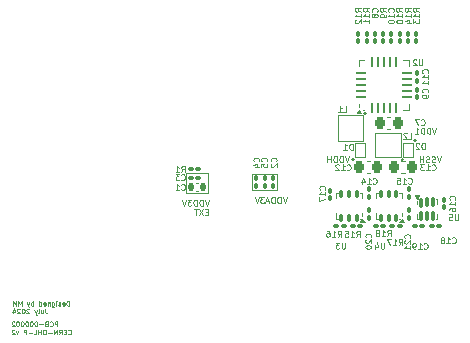
<source format=gbr>
%TF.GenerationSoftware,KiCad,Pcbnew,8.0.5*%
%TF.CreationDate,2025-10-24T05:58:17-05:00*%
%TF.ProjectId,iris-128s-adapter,69726973-2d31-4323-9873-2d6164617074,1.0.0*%
%TF.SameCoordinates,Original*%
%TF.FileFunction,Legend,Bot*%
%TF.FilePolarity,Positive*%
%FSLAX46Y46*%
G04 Gerber Fmt 4.6, Leading zero omitted, Abs format (unit mm)*
G04 Created by KiCad (PCBNEW 8.0.5) date 2025-10-24 05:58:17*
%MOMM*%
%LPD*%
G01*
G04 APERTURE LIST*
G04 Aperture macros list*
%AMRoundRect*
0 Rectangle with rounded corners*
0 $1 Rounding radius*
0 $2 $3 $4 $5 $6 $7 $8 $9 X,Y pos of 4 corners*
0 Add a 4 corners polygon primitive as box body*
4,1,4,$2,$3,$4,$5,$6,$7,$8,$9,$2,$3,0*
0 Add four circle primitives for the rounded corners*
1,1,$1+$1,$2,$3*
1,1,$1+$1,$4,$5*
1,1,$1+$1,$6,$7*
1,1,$1+$1,$8,$9*
0 Add four rect primitives between the rounded corners*
20,1,$1+$1,$2,$3,$4,$5,0*
20,1,$1+$1,$4,$5,$6,$7,0*
20,1,$1+$1,$6,$7,$8,$9,0*
20,1,$1+$1,$8,$9,$2,$3,0*%
G04 Aperture macros list end*
%ADD10C,0.076200*%
%ADD11C,0.100000*%
%ADD12C,0.161803*%
%ADD13C,0.120000*%
%ADD14C,3.581400*%
%ADD15C,1.422400*%
%ADD16RoundRect,0.100000X0.100000X-0.130000X0.100000X0.130000X-0.100000X0.130000X-0.100000X-0.130000X0*%
%ADD17RoundRect,0.100000X-0.130000X-0.100000X0.130000X-0.100000X0.130000X0.100000X-0.130000X0.100000X0*%
%ADD18R,0.600000X1.800000*%
%ADD19RoundRect,0.100000X-0.100000X0.130000X-0.100000X-0.130000X0.100000X-0.130000X0.100000X0.130000X0*%
%ADD20RoundRect,0.087500X-0.087500X-0.362500X0.087500X-0.362500X0.087500X0.362500X-0.087500X0.362500X0*%
%ADD21RoundRect,0.087500X-0.087500X-0.312500X0.087500X-0.312500X0.087500X0.312500X-0.087500X0.312500X0*%
%ADD22R,0.579000X0.332000*%
%ADD23R,0.579000X0.507000*%
%ADD24RoundRect,0.062500X-0.375000X-0.062500X0.375000X-0.062500X0.375000X0.062500X-0.375000X0.062500X0*%
%ADD25RoundRect,0.062500X-0.062500X-0.375000X0.062500X-0.375000X0.062500X0.375000X-0.062500X0.375000X0*%
%ADD26R,2.600000X2.600000*%
%ADD27RoundRect,0.225000X-0.225000X-0.250000X0.225000X-0.250000X0.225000X0.250000X-0.225000X0.250000X0*%
%ADD28RoundRect,0.075000X0.075000X0.275000X-0.075000X0.275000X-0.075000X-0.275000X0.075000X-0.275000X0*%
%ADD29R,1.600000X1.000000*%
%ADD30RoundRect,0.100000X0.130000X0.100000X-0.130000X0.100000X-0.130000X-0.100000X0.130000X-0.100000X0*%
%ADD31RoundRect,0.140000X0.140000X0.170000X-0.140000X0.170000X-0.140000X-0.170000X0.140000X-0.170000X0*%
%ADD32RoundRect,0.225000X0.225000X0.250000X-0.225000X0.250000X-0.225000X-0.250000X0.225000X-0.250000X0*%
%ADD33R,1.800000X0.600000*%
G04 APERTURE END LIST*
D10*
X75913903Y-124845340D02*
X75933255Y-124864693D01*
X75933255Y-124864693D02*
X75991313Y-124884045D01*
X75991313Y-124884045D02*
X76030017Y-124884045D01*
X76030017Y-124884045D02*
X76088074Y-124864693D01*
X76088074Y-124864693D02*
X76126779Y-124825988D01*
X76126779Y-124825988D02*
X76146132Y-124787283D01*
X76146132Y-124787283D02*
X76165484Y-124709873D01*
X76165484Y-124709873D02*
X76165484Y-124651816D01*
X76165484Y-124651816D02*
X76146132Y-124574407D01*
X76146132Y-124574407D02*
X76126779Y-124535702D01*
X76126779Y-124535702D02*
X76088074Y-124496997D01*
X76088074Y-124496997D02*
X76030017Y-124477645D01*
X76030017Y-124477645D02*
X75991313Y-124477645D01*
X75991313Y-124477645D02*
X75933255Y-124496997D01*
X75933255Y-124496997D02*
X75913903Y-124516350D01*
X75739732Y-124671169D02*
X75604265Y-124671169D01*
X75546208Y-124884045D02*
X75739732Y-124884045D01*
X75739732Y-124884045D02*
X75739732Y-124477645D01*
X75739732Y-124477645D02*
X75546208Y-124477645D01*
X75139808Y-124884045D02*
X75275275Y-124690521D01*
X75372037Y-124884045D02*
X75372037Y-124477645D01*
X75372037Y-124477645D02*
X75217218Y-124477645D01*
X75217218Y-124477645D02*
X75178513Y-124496997D01*
X75178513Y-124496997D02*
X75159160Y-124516350D01*
X75159160Y-124516350D02*
X75139808Y-124555054D01*
X75139808Y-124555054D02*
X75139808Y-124613112D01*
X75139808Y-124613112D02*
X75159160Y-124651816D01*
X75159160Y-124651816D02*
X75178513Y-124671169D01*
X75178513Y-124671169D02*
X75217218Y-124690521D01*
X75217218Y-124690521D02*
X75372037Y-124690521D01*
X74965637Y-124884045D02*
X74965637Y-124477645D01*
X74965637Y-124477645D02*
X74733408Y-124884045D01*
X74733408Y-124884045D02*
X74733408Y-124477645D01*
X74539885Y-124729226D02*
X74230247Y-124729226D01*
X73959313Y-124477645D02*
X73881904Y-124477645D01*
X73881904Y-124477645D02*
X73843199Y-124496997D01*
X73843199Y-124496997D02*
X73804494Y-124535702D01*
X73804494Y-124535702D02*
X73785142Y-124613112D01*
X73785142Y-124613112D02*
X73785142Y-124748578D01*
X73785142Y-124748578D02*
X73804494Y-124825988D01*
X73804494Y-124825988D02*
X73843199Y-124864693D01*
X73843199Y-124864693D02*
X73881904Y-124884045D01*
X73881904Y-124884045D02*
X73959313Y-124884045D01*
X73959313Y-124884045D02*
X73998018Y-124864693D01*
X73998018Y-124864693D02*
X74036723Y-124825988D01*
X74036723Y-124825988D02*
X74056075Y-124748578D01*
X74056075Y-124748578D02*
X74056075Y-124613112D01*
X74056075Y-124613112D02*
X74036723Y-124535702D01*
X74036723Y-124535702D02*
X73998018Y-124496997D01*
X73998018Y-124496997D02*
X73959313Y-124477645D01*
X73610971Y-124884045D02*
X73610971Y-124477645D01*
X73610971Y-124671169D02*
X73378742Y-124671169D01*
X73378742Y-124884045D02*
X73378742Y-124477645D01*
X72991695Y-124884045D02*
X73185219Y-124884045D01*
X73185219Y-124884045D02*
X73185219Y-124477645D01*
X72856229Y-124729226D02*
X72546591Y-124729226D01*
X72353067Y-124884045D02*
X72353067Y-124477645D01*
X72353067Y-124477645D02*
X72198248Y-124477645D01*
X72198248Y-124477645D02*
X72159543Y-124496997D01*
X72159543Y-124496997D02*
X72140190Y-124516350D01*
X72140190Y-124516350D02*
X72120838Y-124555054D01*
X72120838Y-124555054D02*
X72120838Y-124613112D01*
X72120838Y-124613112D02*
X72140190Y-124651816D01*
X72140190Y-124651816D02*
X72159543Y-124671169D01*
X72159543Y-124671169D02*
X72198248Y-124690521D01*
X72198248Y-124690521D02*
X72353067Y-124690521D01*
X71675733Y-124613112D02*
X71578971Y-124884045D01*
X71578971Y-124884045D02*
X71482210Y-124613112D01*
X71346743Y-124516350D02*
X71327391Y-124496997D01*
X71327391Y-124496997D02*
X71288686Y-124477645D01*
X71288686Y-124477645D02*
X71191924Y-124477645D01*
X71191924Y-124477645D02*
X71153219Y-124496997D01*
X71153219Y-124496997D02*
X71133867Y-124516350D01*
X71133867Y-124516350D02*
X71114514Y-124555054D01*
X71114514Y-124555054D02*
X71114514Y-124593759D01*
X71114514Y-124593759D02*
X71133867Y-124651816D01*
X71133867Y-124651816D02*
X71366095Y-124884045D01*
X71366095Y-124884045D02*
X71114514Y-124884045D01*
X91490800Y-111302800D02*
X93599000Y-111302800D01*
X93599000Y-112674400D01*
X91490800Y-112674400D01*
X91490800Y-111302800D01*
X85902800Y-111252000D02*
X87706200Y-111252000D01*
X87706200Y-112903000D01*
X85902800Y-112903000D01*
X85902800Y-111252000D01*
X107436678Y-109811727D02*
X107267344Y-110319727D01*
X107267344Y-110319727D02*
X107098011Y-109811727D01*
X106952868Y-110295537D02*
X106880296Y-110319727D01*
X106880296Y-110319727D02*
X106759344Y-110319727D01*
X106759344Y-110319727D02*
X106710963Y-110295537D01*
X106710963Y-110295537D02*
X106686772Y-110271346D01*
X106686772Y-110271346D02*
X106662582Y-110222965D01*
X106662582Y-110222965D02*
X106662582Y-110174584D01*
X106662582Y-110174584D02*
X106686772Y-110126203D01*
X106686772Y-110126203D02*
X106710963Y-110102013D01*
X106710963Y-110102013D02*
X106759344Y-110077822D01*
X106759344Y-110077822D02*
X106856106Y-110053632D01*
X106856106Y-110053632D02*
X106904487Y-110029441D01*
X106904487Y-110029441D02*
X106928677Y-110005251D01*
X106928677Y-110005251D02*
X106952868Y-109956870D01*
X106952868Y-109956870D02*
X106952868Y-109908489D01*
X106952868Y-109908489D02*
X106928677Y-109860108D01*
X106928677Y-109860108D02*
X106904487Y-109835917D01*
X106904487Y-109835917D02*
X106856106Y-109811727D01*
X106856106Y-109811727D02*
X106735153Y-109811727D01*
X106735153Y-109811727D02*
X106662582Y-109835917D01*
X106469058Y-110295537D02*
X106396486Y-110319727D01*
X106396486Y-110319727D02*
X106275534Y-110319727D01*
X106275534Y-110319727D02*
X106227153Y-110295537D01*
X106227153Y-110295537D02*
X106202962Y-110271346D01*
X106202962Y-110271346D02*
X106178772Y-110222965D01*
X106178772Y-110222965D02*
X106178772Y-110174584D01*
X106178772Y-110174584D02*
X106202962Y-110126203D01*
X106202962Y-110126203D02*
X106227153Y-110102013D01*
X106227153Y-110102013D02*
X106275534Y-110077822D01*
X106275534Y-110077822D02*
X106372296Y-110053632D01*
X106372296Y-110053632D02*
X106420677Y-110029441D01*
X106420677Y-110029441D02*
X106444867Y-110005251D01*
X106444867Y-110005251D02*
X106469058Y-109956870D01*
X106469058Y-109956870D02*
X106469058Y-109908489D01*
X106469058Y-109908489D02*
X106444867Y-109860108D01*
X106444867Y-109860108D02*
X106420677Y-109835917D01*
X106420677Y-109835917D02*
X106372296Y-109811727D01*
X106372296Y-109811727D02*
X106251343Y-109811727D01*
X106251343Y-109811727D02*
X106178772Y-109835917D01*
X105961057Y-110319727D02*
X105961057Y-109811727D01*
X105961057Y-110053632D02*
X105670771Y-110053632D01*
X105670771Y-110319727D02*
X105670771Y-109811727D01*
X75978237Y-122455385D02*
X75978237Y-122048985D01*
X75978237Y-122048985D02*
X75881475Y-122048985D01*
X75881475Y-122048985D02*
X75823418Y-122068337D01*
X75823418Y-122068337D02*
X75784713Y-122107042D01*
X75784713Y-122107042D02*
X75765360Y-122145747D01*
X75765360Y-122145747D02*
X75746008Y-122223156D01*
X75746008Y-122223156D02*
X75746008Y-122281213D01*
X75746008Y-122281213D02*
X75765360Y-122358623D01*
X75765360Y-122358623D02*
X75784713Y-122397328D01*
X75784713Y-122397328D02*
X75823418Y-122436033D01*
X75823418Y-122436033D02*
X75881475Y-122455385D01*
X75881475Y-122455385D02*
X75978237Y-122455385D01*
X75417018Y-122436033D02*
X75455722Y-122455385D01*
X75455722Y-122455385D02*
X75533132Y-122455385D01*
X75533132Y-122455385D02*
X75571837Y-122436033D01*
X75571837Y-122436033D02*
X75591189Y-122397328D01*
X75591189Y-122397328D02*
X75591189Y-122242509D01*
X75591189Y-122242509D02*
X75571837Y-122203804D01*
X75571837Y-122203804D02*
X75533132Y-122184452D01*
X75533132Y-122184452D02*
X75455722Y-122184452D01*
X75455722Y-122184452D02*
X75417018Y-122203804D01*
X75417018Y-122203804D02*
X75397665Y-122242509D01*
X75397665Y-122242509D02*
X75397665Y-122281213D01*
X75397665Y-122281213D02*
X75591189Y-122319918D01*
X75242846Y-122436033D02*
X75204141Y-122455385D01*
X75204141Y-122455385D02*
X75126732Y-122455385D01*
X75126732Y-122455385D02*
X75088027Y-122436033D01*
X75088027Y-122436033D02*
X75068675Y-122397328D01*
X75068675Y-122397328D02*
X75068675Y-122377975D01*
X75068675Y-122377975D02*
X75088027Y-122339271D01*
X75088027Y-122339271D02*
X75126732Y-122319918D01*
X75126732Y-122319918D02*
X75184789Y-122319918D01*
X75184789Y-122319918D02*
X75223494Y-122300566D01*
X75223494Y-122300566D02*
X75242846Y-122261861D01*
X75242846Y-122261861D02*
X75242846Y-122242509D01*
X75242846Y-122242509D02*
X75223494Y-122203804D01*
X75223494Y-122203804D02*
X75184789Y-122184452D01*
X75184789Y-122184452D02*
X75126732Y-122184452D01*
X75126732Y-122184452D02*
X75088027Y-122203804D01*
X74894504Y-122455385D02*
X74894504Y-122184452D01*
X74894504Y-122048985D02*
X74913856Y-122068337D01*
X74913856Y-122068337D02*
X74894504Y-122087690D01*
X74894504Y-122087690D02*
X74875151Y-122068337D01*
X74875151Y-122068337D02*
X74894504Y-122048985D01*
X74894504Y-122048985D02*
X74894504Y-122087690D01*
X74526808Y-122184452D02*
X74526808Y-122513442D01*
X74526808Y-122513442D02*
X74546161Y-122552147D01*
X74546161Y-122552147D02*
X74565513Y-122571499D01*
X74565513Y-122571499D02*
X74604218Y-122590852D01*
X74604218Y-122590852D02*
X74662275Y-122590852D01*
X74662275Y-122590852D02*
X74700980Y-122571499D01*
X74526808Y-122436033D02*
X74565513Y-122455385D01*
X74565513Y-122455385D02*
X74642922Y-122455385D01*
X74642922Y-122455385D02*
X74681627Y-122436033D01*
X74681627Y-122436033D02*
X74700980Y-122416680D01*
X74700980Y-122416680D02*
X74720332Y-122377975D01*
X74720332Y-122377975D02*
X74720332Y-122261861D01*
X74720332Y-122261861D02*
X74700980Y-122223156D01*
X74700980Y-122223156D02*
X74681627Y-122203804D01*
X74681627Y-122203804D02*
X74642922Y-122184452D01*
X74642922Y-122184452D02*
X74565513Y-122184452D01*
X74565513Y-122184452D02*
X74526808Y-122203804D01*
X74333285Y-122184452D02*
X74333285Y-122455385D01*
X74333285Y-122223156D02*
X74313932Y-122203804D01*
X74313932Y-122203804D02*
X74275227Y-122184452D01*
X74275227Y-122184452D02*
X74217170Y-122184452D01*
X74217170Y-122184452D02*
X74178466Y-122203804D01*
X74178466Y-122203804D02*
X74159113Y-122242509D01*
X74159113Y-122242509D02*
X74159113Y-122455385D01*
X73810771Y-122436033D02*
X73849475Y-122455385D01*
X73849475Y-122455385D02*
X73926885Y-122455385D01*
X73926885Y-122455385D02*
X73965590Y-122436033D01*
X73965590Y-122436033D02*
X73984942Y-122397328D01*
X73984942Y-122397328D02*
X73984942Y-122242509D01*
X73984942Y-122242509D02*
X73965590Y-122203804D01*
X73965590Y-122203804D02*
X73926885Y-122184452D01*
X73926885Y-122184452D02*
X73849475Y-122184452D01*
X73849475Y-122184452D02*
X73810771Y-122203804D01*
X73810771Y-122203804D02*
X73791418Y-122242509D01*
X73791418Y-122242509D02*
X73791418Y-122281213D01*
X73791418Y-122281213D02*
X73984942Y-122319918D01*
X73443075Y-122455385D02*
X73443075Y-122048985D01*
X73443075Y-122436033D02*
X73481780Y-122455385D01*
X73481780Y-122455385D02*
X73559189Y-122455385D01*
X73559189Y-122455385D02*
X73597894Y-122436033D01*
X73597894Y-122436033D02*
X73617247Y-122416680D01*
X73617247Y-122416680D02*
X73636599Y-122377975D01*
X73636599Y-122377975D02*
X73636599Y-122261861D01*
X73636599Y-122261861D02*
X73617247Y-122223156D01*
X73617247Y-122223156D02*
X73597894Y-122203804D01*
X73597894Y-122203804D02*
X73559189Y-122184452D01*
X73559189Y-122184452D02*
X73481780Y-122184452D01*
X73481780Y-122184452D02*
X73443075Y-122203804D01*
X72939914Y-122455385D02*
X72939914Y-122048985D01*
X72939914Y-122203804D02*
X72901209Y-122184452D01*
X72901209Y-122184452D02*
X72823799Y-122184452D01*
X72823799Y-122184452D02*
X72785095Y-122203804D01*
X72785095Y-122203804D02*
X72765742Y-122223156D01*
X72765742Y-122223156D02*
X72746390Y-122261861D01*
X72746390Y-122261861D02*
X72746390Y-122377975D01*
X72746390Y-122377975D02*
X72765742Y-122416680D01*
X72765742Y-122416680D02*
X72785095Y-122436033D01*
X72785095Y-122436033D02*
X72823799Y-122455385D01*
X72823799Y-122455385D02*
X72901209Y-122455385D01*
X72901209Y-122455385D02*
X72939914Y-122436033D01*
X72610923Y-122184452D02*
X72514161Y-122455385D01*
X72417400Y-122184452D02*
X72514161Y-122455385D01*
X72514161Y-122455385D02*
X72552866Y-122552147D01*
X72552866Y-122552147D02*
X72572219Y-122571499D01*
X72572219Y-122571499D02*
X72610923Y-122590852D01*
X71952943Y-122455385D02*
X71952943Y-122048985D01*
X71952943Y-122048985D02*
X71817476Y-122339271D01*
X71817476Y-122339271D02*
X71682009Y-122048985D01*
X71682009Y-122048985D02*
X71682009Y-122455385D01*
X71488486Y-122455385D02*
X71488486Y-122048985D01*
X71488486Y-122048985D02*
X71353019Y-122339271D01*
X71353019Y-122339271D02*
X71217552Y-122048985D01*
X71217552Y-122048985D02*
X71217552Y-122455385D01*
X73965591Y-122703266D02*
X73965591Y-122993552D01*
X73965591Y-122993552D02*
X73984944Y-123051609D01*
X73984944Y-123051609D02*
X74023648Y-123090314D01*
X74023648Y-123090314D02*
X74081706Y-123109666D01*
X74081706Y-123109666D02*
X74120410Y-123109666D01*
X73597896Y-122838733D02*
X73597896Y-123109666D01*
X73772068Y-122838733D02*
X73772068Y-123051609D01*
X73772068Y-123051609D02*
X73752715Y-123090314D01*
X73752715Y-123090314D02*
X73714010Y-123109666D01*
X73714010Y-123109666D02*
X73655953Y-123109666D01*
X73655953Y-123109666D02*
X73617249Y-123090314D01*
X73617249Y-123090314D02*
X73597896Y-123070961D01*
X73346315Y-123109666D02*
X73385020Y-123090314D01*
X73385020Y-123090314D02*
X73404373Y-123051609D01*
X73404373Y-123051609D02*
X73404373Y-122703266D01*
X73230201Y-122838733D02*
X73133439Y-123109666D01*
X73036678Y-122838733D02*
X73133439Y-123109666D01*
X73133439Y-123109666D02*
X73172144Y-123206428D01*
X73172144Y-123206428D02*
X73191497Y-123225780D01*
X73191497Y-123225780D02*
X73230201Y-123245133D01*
X72591573Y-122741971D02*
X72572221Y-122722618D01*
X72572221Y-122722618D02*
X72533516Y-122703266D01*
X72533516Y-122703266D02*
X72436754Y-122703266D01*
X72436754Y-122703266D02*
X72398049Y-122722618D01*
X72398049Y-122722618D02*
X72378697Y-122741971D01*
X72378697Y-122741971D02*
X72359344Y-122780675D01*
X72359344Y-122780675D02*
X72359344Y-122819380D01*
X72359344Y-122819380D02*
X72378697Y-122877437D01*
X72378697Y-122877437D02*
X72610925Y-123109666D01*
X72610925Y-123109666D02*
X72359344Y-123109666D01*
X72107763Y-122703266D02*
X72069058Y-122703266D01*
X72069058Y-122703266D02*
X72030354Y-122722618D01*
X72030354Y-122722618D02*
X72011001Y-122741971D01*
X72011001Y-122741971D02*
X71991649Y-122780675D01*
X71991649Y-122780675D02*
X71972296Y-122858085D01*
X71972296Y-122858085D02*
X71972296Y-122954847D01*
X71972296Y-122954847D02*
X71991649Y-123032256D01*
X71991649Y-123032256D02*
X72011001Y-123070961D01*
X72011001Y-123070961D02*
X72030354Y-123090314D01*
X72030354Y-123090314D02*
X72069058Y-123109666D01*
X72069058Y-123109666D02*
X72107763Y-123109666D01*
X72107763Y-123109666D02*
X72146468Y-123090314D01*
X72146468Y-123090314D02*
X72165820Y-123070961D01*
X72165820Y-123070961D02*
X72185173Y-123032256D01*
X72185173Y-123032256D02*
X72204525Y-122954847D01*
X72204525Y-122954847D02*
X72204525Y-122858085D01*
X72204525Y-122858085D02*
X72185173Y-122780675D01*
X72185173Y-122780675D02*
X72165820Y-122741971D01*
X72165820Y-122741971D02*
X72146468Y-122722618D01*
X72146468Y-122722618D02*
X72107763Y-122703266D01*
X71817477Y-122741971D02*
X71798125Y-122722618D01*
X71798125Y-122722618D02*
X71759420Y-122703266D01*
X71759420Y-122703266D02*
X71662658Y-122703266D01*
X71662658Y-122703266D02*
X71623953Y-122722618D01*
X71623953Y-122722618D02*
X71604601Y-122741971D01*
X71604601Y-122741971D02*
X71585248Y-122780675D01*
X71585248Y-122780675D02*
X71585248Y-122819380D01*
X71585248Y-122819380D02*
X71604601Y-122877437D01*
X71604601Y-122877437D02*
X71836829Y-123109666D01*
X71836829Y-123109666D02*
X71585248Y-123109666D01*
X71236905Y-122838733D02*
X71236905Y-123109666D01*
X71333667Y-122683914D02*
X71430429Y-122974199D01*
X71430429Y-122974199D02*
X71178848Y-122974199D01*
X74981043Y-124199545D02*
X74981043Y-123793145D01*
X74981043Y-123793145D02*
X74826224Y-123793145D01*
X74826224Y-123793145D02*
X74787519Y-123812497D01*
X74787519Y-123812497D02*
X74768166Y-123831850D01*
X74768166Y-123831850D02*
X74748814Y-123870554D01*
X74748814Y-123870554D02*
X74748814Y-123928612D01*
X74748814Y-123928612D02*
X74768166Y-123967316D01*
X74768166Y-123967316D02*
X74787519Y-123986669D01*
X74787519Y-123986669D02*
X74826224Y-124006021D01*
X74826224Y-124006021D02*
X74981043Y-124006021D01*
X74342414Y-124160840D02*
X74361766Y-124180193D01*
X74361766Y-124180193D02*
X74419824Y-124199545D01*
X74419824Y-124199545D02*
X74458528Y-124199545D01*
X74458528Y-124199545D02*
X74516585Y-124180193D01*
X74516585Y-124180193D02*
X74555290Y-124141488D01*
X74555290Y-124141488D02*
X74574643Y-124102783D01*
X74574643Y-124102783D02*
X74593995Y-124025373D01*
X74593995Y-124025373D02*
X74593995Y-123967316D01*
X74593995Y-123967316D02*
X74574643Y-123889907D01*
X74574643Y-123889907D02*
X74555290Y-123851202D01*
X74555290Y-123851202D02*
X74516585Y-123812497D01*
X74516585Y-123812497D02*
X74458528Y-123793145D01*
X74458528Y-123793145D02*
X74419824Y-123793145D01*
X74419824Y-123793145D02*
X74361766Y-123812497D01*
X74361766Y-123812497D02*
X74342414Y-123831850D01*
X74032776Y-123986669D02*
X73974719Y-124006021D01*
X73974719Y-124006021D02*
X73955366Y-124025373D01*
X73955366Y-124025373D02*
X73936014Y-124064078D01*
X73936014Y-124064078D02*
X73936014Y-124122135D01*
X73936014Y-124122135D02*
X73955366Y-124160840D01*
X73955366Y-124160840D02*
X73974719Y-124180193D01*
X73974719Y-124180193D02*
X74013424Y-124199545D01*
X74013424Y-124199545D02*
X74168243Y-124199545D01*
X74168243Y-124199545D02*
X74168243Y-123793145D01*
X74168243Y-123793145D02*
X74032776Y-123793145D01*
X74032776Y-123793145D02*
X73994071Y-123812497D01*
X73994071Y-123812497D02*
X73974719Y-123831850D01*
X73974719Y-123831850D02*
X73955366Y-123870554D01*
X73955366Y-123870554D02*
X73955366Y-123909259D01*
X73955366Y-123909259D02*
X73974719Y-123947964D01*
X73974719Y-123947964D02*
X73994071Y-123967316D01*
X73994071Y-123967316D02*
X74032776Y-123986669D01*
X74032776Y-123986669D02*
X74168243Y-123986669D01*
X73761843Y-124044726D02*
X73452205Y-124044726D01*
X73181271Y-123793145D02*
X73142566Y-123793145D01*
X73142566Y-123793145D02*
X73103862Y-123812497D01*
X73103862Y-123812497D02*
X73084509Y-123831850D01*
X73084509Y-123831850D02*
X73065157Y-123870554D01*
X73065157Y-123870554D02*
X73045804Y-123947964D01*
X73045804Y-123947964D02*
X73045804Y-124044726D01*
X73045804Y-124044726D02*
X73065157Y-124122135D01*
X73065157Y-124122135D02*
X73084509Y-124160840D01*
X73084509Y-124160840D02*
X73103862Y-124180193D01*
X73103862Y-124180193D02*
X73142566Y-124199545D01*
X73142566Y-124199545D02*
X73181271Y-124199545D01*
X73181271Y-124199545D02*
X73219976Y-124180193D01*
X73219976Y-124180193D02*
X73239328Y-124160840D01*
X73239328Y-124160840D02*
X73258681Y-124122135D01*
X73258681Y-124122135D02*
X73278033Y-124044726D01*
X73278033Y-124044726D02*
X73278033Y-123947964D01*
X73278033Y-123947964D02*
X73258681Y-123870554D01*
X73258681Y-123870554D02*
X73239328Y-123831850D01*
X73239328Y-123831850D02*
X73219976Y-123812497D01*
X73219976Y-123812497D02*
X73181271Y-123793145D01*
X72794223Y-123793145D02*
X72755518Y-123793145D01*
X72755518Y-123793145D02*
X72716814Y-123812497D01*
X72716814Y-123812497D02*
X72697461Y-123831850D01*
X72697461Y-123831850D02*
X72678109Y-123870554D01*
X72678109Y-123870554D02*
X72658756Y-123947964D01*
X72658756Y-123947964D02*
X72658756Y-124044726D01*
X72658756Y-124044726D02*
X72678109Y-124122135D01*
X72678109Y-124122135D02*
X72697461Y-124160840D01*
X72697461Y-124160840D02*
X72716814Y-124180193D01*
X72716814Y-124180193D02*
X72755518Y-124199545D01*
X72755518Y-124199545D02*
X72794223Y-124199545D01*
X72794223Y-124199545D02*
X72832928Y-124180193D01*
X72832928Y-124180193D02*
X72852280Y-124160840D01*
X72852280Y-124160840D02*
X72871633Y-124122135D01*
X72871633Y-124122135D02*
X72890985Y-124044726D01*
X72890985Y-124044726D02*
X72890985Y-123947964D01*
X72890985Y-123947964D02*
X72871633Y-123870554D01*
X72871633Y-123870554D02*
X72852280Y-123831850D01*
X72852280Y-123831850D02*
X72832928Y-123812497D01*
X72832928Y-123812497D02*
X72794223Y-123793145D01*
X72407175Y-123793145D02*
X72368470Y-123793145D01*
X72368470Y-123793145D02*
X72329766Y-123812497D01*
X72329766Y-123812497D02*
X72310413Y-123831850D01*
X72310413Y-123831850D02*
X72291061Y-123870554D01*
X72291061Y-123870554D02*
X72271708Y-123947964D01*
X72271708Y-123947964D02*
X72271708Y-124044726D01*
X72271708Y-124044726D02*
X72291061Y-124122135D01*
X72291061Y-124122135D02*
X72310413Y-124160840D01*
X72310413Y-124160840D02*
X72329766Y-124180193D01*
X72329766Y-124180193D02*
X72368470Y-124199545D01*
X72368470Y-124199545D02*
X72407175Y-124199545D01*
X72407175Y-124199545D02*
X72445880Y-124180193D01*
X72445880Y-124180193D02*
X72465232Y-124160840D01*
X72465232Y-124160840D02*
X72484585Y-124122135D01*
X72484585Y-124122135D02*
X72503937Y-124044726D01*
X72503937Y-124044726D02*
X72503937Y-123947964D01*
X72503937Y-123947964D02*
X72484585Y-123870554D01*
X72484585Y-123870554D02*
X72465232Y-123831850D01*
X72465232Y-123831850D02*
X72445880Y-123812497D01*
X72445880Y-123812497D02*
X72407175Y-123793145D01*
X72020127Y-123793145D02*
X71981422Y-123793145D01*
X71981422Y-123793145D02*
X71942718Y-123812497D01*
X71942718Y-123812497D02*
X71923365Y-123831850D01*
X71923365Y-123831850D02*
X71904013Y-123870554D01*
X71904013Y-123870554D02*
X71884660Y-123947964D01*
X71884660Y-123947964D02*
X71884660Y-124044726D01*
X71884660Y-124044726D02*
X71904013Y-124122135D01*
X71904013Y-124122135D02*
X71923365Y-124160840D01*
X71923365Y-124160840D02*
X71942718Y-124180193D01*
X71942718Y-124180193D02*
X71981422Y-124199545D01*
X71981422Y-124199545D02*
X72020127Y-124199545D01*
X72020127Y-124199545D02*
X72058832Y-124180193D01*
X72058832Y-124180193D02*
X72078184Y-124160840D01*
X72078184Y-124160840D02*
X72097537Y-124122135D01*
X72097537Y-124122135D02*
X72116889Y-124044726D01*
X72116889Y-124044726D02*
X72116889Y-123947964D01*
X72116889Y-123947964D02*
X72097537Y-123870554D01*
X72097537Y-123870554D02*
X72078184Y-123831850D01*
X72078184Y-123831850D02*
X72058832Y-123812497D01*
X72058832Y-123812497D02*
X72020127Y-123793145D01*
X71633079Y-123793145D02*
X71594374Y-123793145D01*
X71594374Y-123793145D02*
X71555670Y-123812497D01*
X71555670Y-123812497D02*
X71536317Y-123831850D01*
X71536317Y-123831850D02*
X71516965Y-123870554D01*
X71516965Y-123870554D02*
X71497612Y-123947964D01*
X71497612Y-123947964D02*
X71497612Y-124044726D01*
X71497612Y-124044726D02*
X71516965Y-124122135D01*
X71516965Y-124122135D02*
X71536317Y-124160840D01*
X71536317Y-124160840D02*
X71555670Y-124180193D01*
X71555670Y-124180193D02*
X71594374Y-124199545D01*
X71594374Y-124199545D02*
X71633079Y-124199545D01*
X71633079Y-124199545D02*
X71671784Y-124180193D01*
X71671784Y-124180193D02*
X71691136Y-124160840D01*
X71691136Y-124160840D02*
X71710489Y-124122135D01*
X71710489Y-124122135D02*
X71729841Y-124044726D01*
X71729841Y-124044726D02*
X71729841Y-123947964D01*
X71729841Y-123947964D02*
X71710489Y-123870554D01*
X71710489Y-123870554D02*
X71691136Y-123831850D01*
X71691136Y-123831850D02*
X71671784Y-123812497D01*
X71671784Y-123812497D02*
X71633079Y-123793145D01*
X71342793Y-123831850D02*
X71323441Y-123812497D01*
X71323441Y-123812497D02*
X71284736Y-123793145D01*
X71284736Y-123793145D02*
X71187974Y-123793145D01*
X71187974Y-123793145D02*
X71149269Y-123812497D01*
X71149269Y-123812497D02*
X71129917Y-123831850D01*
X71129917Y-123831850D02*
X71110564Y-123870554D01*
X71110564Y-123870554D02*
X71110564Y-123909259D01*
X71110564Y-123909259D02*
X71129917Y-123967316D01*
X71129917Y-123967316D02*
X71362145Y-124199545D01*
X71362145Y-124199545D02*
X71110564Y-124199545D01*
X87793108Y-113482041D02*
X87623774Y-113990041D01*
X87623774Y-113990041D02*
X87454441Y-113482041D01*
X87285107Y-113990041D02*
X87285107Y-113482041D01*
X87285107Y-113482041D02*
X87164155Y-113482041D01*
X87164155Y-113482041D02*
X87091583Y-113506231D01*
X87091583Y-113506231D02*
X87043202Y-113554612D01*
X87043202Y-113554612D02*
X87019012Y-113602993D01*
X87019012Y-113602993D02*
X86994821Y-113699755D01*
X86994821Y-113699755D02*
X86994821Y-113772327D01*
X86994821Y-113772327D02*
X87019012Y-113869089D01*
X87019012Y-113869089D02*
X87043202Y-113917470D01*
X87043202Y-113917470D02*
X87091583Y-113965851D01*
X87091583Y-113965851D02*
X87164155Y-113990041D01*
X87164155Y-113990041D02*
X87285107Y-113990041D01*
X86777107Y-113990041D02*
X86777107Y-113482041D01*
X86777107Y-113482041D02*
X86656155Y-113482041D01*
X86656155Y-113482041D02*
X86583583Y-113506231D01*
X86583583Y-113506231D02*
X86535202Y-113554612D01*
X86535202Y-113554612D02*
X86511012Y-113602993D01*
X86511012Y-113602993D02*
X86486821Y-113699755D01*
X86486821Y-113699755D02*
X86486821Y-113772327D01*
X86486821Y-113772327D02*
X86511012Y-113869089D01*
X86511012Y-113869089D02*
X86535202Y-113917470D01*
X86535202Y-113917470D02*
X86583583Y-113965851D01*
X86583583Y-113965851D02*
X86656155Y-113990041D01*
X86656155Y-113990041D02*
X86777107Y-113990041D01*
X86317488Y-113482041D02*
X86003012Y-113482041D01*
X86003012Y-113482041D02*
X86172345Y-113675565D01*
X86172345Y-113675565D02*
X86099774Y-113675565D01*
X86099774Y-113675565D02*
X86051393Y-113699755D01*
X86051393Y-113699755D02*
X86027202Y-113723946D01*
X86027202Y-113723946D02*
X86003012Y-113772327D01*
X86003012Y-113772327D02*
X86003012Y-113893279D01*
X86003012Y-113893279D02*
X86027202Y-113941660D01*
X86027202Y-113941660D02*
X86051393Y-113965851D01*
X86051393Y-113965851D02*
X86099774Y-113990041D01*
X86099774Y-113990041D02*
X86244917Y-113990041D01*
X86244917Y-113990041D02*
X86293298Y-113965851D01*
X86293298Y-113965851D02*
X86317488Y-113941660D01*
X85857869Y-113482041D02*
X85688535Y-113990041D01*
X85688535Y-113990041D02*
X85519202Y-113482041D01*
X87720536Y-114541798D02*
X87551203Y-114541798D01*
X87478631Y-114807893D02*
X87720536Y-114807893D01*
X87720536Y-114807893D02*
X87720536Y-114299893D01*
X87720536Y-114299893D02*
X87478631Y-114299893D01*
X87309298Y-114299893D02*
X86970631Y-114807893D01*
X86970631Y-114299893D02*
X87309298Y-114807893D01*
X86849679Y-114299893D02*
X86559393Y-114299893D01*
X86704536Y-114807893D02*
X86704536Y-114299893D01*
X107055678Y-107383487D02*
X106886344Y-107891487D01*
X106886344Y-107891487D02*
X106717011Y-107383487D01*
X106547677Y-107891487D02*
X106547677Y-107383487D01*
X106547677Y-107383487D02*
X106426725Y-107383487D01*
X106426725Y-107383487D02*
X106354153Y-107407677D01*
X106354153Y-107407677D02*
X106305772Y-107456058D01*
X106305772Y-107456058D02*
X106281582Y-107504439D01*
X106281582Y-107504439D02*
X106257391Y-107601201D01*
X106257391Y-107601201D02*
X106257391Y-107673773D01*
X106257391Y-107673773D02*
X106281582Y-107770535D01*
X106281582Y-107770535D02*
X106305772Y-107818916D01*
X106305772Y-107818916D02*
X106354153Y-107867297D01*
X106354153Y-107867297D02*
X106426725Y-107891487D01*
X106426725Y-107891487D02*
X106547677Y-107891487D01*
X106039677Y-107891487D02*
X106039677Y-107383487D01*
X106039677Y-107383487D02*
X105918725Y-107383487D01*
X105918725Y-107383487D02*
X105846153Y-107407677D01*
X105846153Y-107407677D02*
X105797772Y-107456058D01*
X105797772Y-107456058D02*
X105773582Y-107504439D01*
X105773582Y-107504439D02*
X105749391Y-107601201D01*
X105749391Y-107601201D02*
X105749391Y-107673773D01*
X105749391Y-107673773D02*
X105773582Y-107770535D01*
X105773582Y-107770535D02*
X105797772Y-107818916D01*
X105797772Y-107818916D02*
X105846153Y-107867297D01*
X105846153Y-107867297D02*
X105918725Y-107891487D01*
X105918725Y-107891487D02*
X106039677Y-107891487D01*
X105265582Y-107891487D02*
X105555868Y-107891487D01*
X105410725Y-107891487D02*
X105410725Y-107383487D01*
X105410725Y-107383487D02*
X105459106Y-107456058D01*
X105459106Y-107456058D02*
X105507487Y-107504439D01*
X105507487Y-107504439D02*
X105555868Y-107528630D01*
X99655448Y-109799027D02*
X99486114Y-110307027D01*
X99486114Y-110307027D02*
X99316781Y-109799027D01*
X99147447Y-110307027D02*
X99147447Y-109799027D01*
X99147447Y-109799027D02*
X99026495Y-109799027D01*
X99026495Y-109799027D02*
X98953923Y-109823217D01*
X98953923Y-109823217D02*
X98905542Y-109871598D01*
X98905542Y-109871598D02*
X98881352Y-109919979D01*
X98881352Y-109919979D02*
X98857161Y-110016741D01*
X98857161Y-110016741D02*
X98857161Y-110089313D01*
X98857161Y-110089313D02*
X98881352Y-110186075D01*
X98881352Y-110186075D02*
X98905542Y-110234456D01*
X98905542Y-110234456D02*
X98953923Y-110282837D01*
X98953923Y-110282837D02*
X99026495Y-110307027D01*
X99026495Y-110307027D02*
X99147447Y-110307027D01*
X98639447Y-110307027D02*
X98639447Y-109799027D01*
X98639447Y-109799027D02*
X98518495Y-109799027D01*
X98518495Y-109799027D02*
X98445923Y-109823217D01*
X98445923Y-109823217D02*
X98397542Y-109871598D01*
X98397542Y-109871598D02*
X98373352Y-109919979D01*
X98373352Y-109919979D02*
X98349161Y-110016741D01*
X98349161Y-110016741D02*
X98349161Y-110089313D01*
X98349161Y-110089313D02*
X98373352Y-110186075D01*
X98373352Y-110186075D02*
X98397542Y-110234456D01*
X98397542Y-110234456D02*
X98445923Y-110282837D01*
X98445923Y-110282837D02*
X98518495Y-110307027D01*
X98518495Y-110307027D02*
X98639447Y-110307027D01*
X98131447Y-110307027D02*
X98131447Y-109799027D01*
X98131447Y-110040932D02*
X97841161Y-110040932D01*
X97841161Y-110307027D02*
X97841161Y-109799027D01*
X94382167Y-113253427D02*
X94212833Y-113761427D01*
X94212833Y-113761427D02*
X94043500Y-113253427D01*
X93874166Y-113761427D02*
X93874166Y-113253427D01*
X93874166Y-113253427D02*
X93753214Y-113253427D01*
X93753214Y-113253427D02*
X93680642Y-113277617D01*
X93680642Y-113277617D02*
X93632261Y-113325998D01*
X93632261Y-113325998D02*
X93608071Y-113374379D01*
X93608071Y-113374379D02*
X93583880Y-113471141D01*
X93583880Y-113471141D02*
X93583880Y-113543713D01*
X93583880Y-113543713D02*
X93608071Y-113640475D01*
X93608071Y-113640475D02*
X93632261Y-113688856D01*
X93632261Y-113688856D02*
X93680642Y-113737237D01*
X93680642Y-113737237D02*
X93753214Y-113761427D01*
X93753214Y-113761427D02*
X93874166Y-113761427D01*
X93366166Y-113761427D02*
X93366166Y-113253427D01*
X93366166Y-113253427D02*
X93245214Y-113253427D01*
X93245214Y-113253427D02*
X93172642Y-113277617D01*
X93172642Y-113277617D02*
X93124261Y-113325998D01*
X93124261Y-113325998D02*
X93100071Y-113374379D01*
X93100071Y-113374379D02*
X93075880Y-113471141D01*
X93075880Y-113471141D02*
X93075880Y-113543713D01*
X93075880Y-113543713D02*
X93100071Y-113640475D01*
X93100071Y-113640475D02*
X93124261Y-113688856D01*
X93124261Y-113688856D02*
X93172642Y-113737237D01*
X93172642Y-113737237D02*
X93245214Y-113761427D01*
X93245214Y-113761427D02*
X93366166Y-113761427D01*
X92882357Y-113616284D02*
X92640452Y-113616284D01*
X92930738Y-113761427D02*
X92761404Y-113253427D01*
X92761404Y-113253427D02*
X92592071Y-113761427D01*
X92471118Y-113253427D02*
X92156642Y-113253427D01*
X92156642Y-113253427D02*
X92325975Y-113446951D01*
X92325975Y-113446951D02*
X92253404Y-113446951D01*
X92253404Y-113446951D02*
X92205023Y-113471141D01*
X92205023Y-113471141D02*
X92180832Y-113495332D01*
X92180832Y-113495332D02*
X92156642Y-113543713D01*
X92156642Y-113543713D02*
X92156642Y-113664665D01*
X92156642Y-113664665D02*
X92180832Y-113713046D01*
X92180832Y-113713046D02*
X92205023Y-113737237D01*
X92205023Y-113737237D02*
X92253404Y-113761427D01*
X92253404Y-113761427D02*
X92398547Y-113761427D01*
X92398547Y-113761427D02*
X92446928Y-113737237D01*
X92446928Y-113737237D02*
X92471118Y-113713046D01*
X92011499Y-113253427D02*
X91842165Y-113761427D01*
X91842165Y-113761427D02*
X91672832Y-113253427D01*
X92024026Y-110241213D02*
X92048217Y-110217022D01*
X92048217Y-110217022D02*
X92072407Y-110144451D01*
X92072407Y-110144451D02*
X92072407Y-110096070D01*
X92072407Y-110096070D02*
X92048217Y-110023498D01*
X92048217Y-110023498D02*
X91999836Y-109975117D01*
X91999836Y-109975117D02*
X91951455Y-109950927D01*
X91951455Y-109950927D02*
X91854693Y-109926736D01*
X91854693Y-109926736D02*
X91782121Y-109926736D01*
X91782121Y-109926736D02*
X91685359Y-109950927D01*
X91685359Y-109950927D02*
X91636978Y-109975117D01*
X91636978Y-109975117D02*
X91588597Y-110023498D01*
X91588597Y-110023498D02*
X91564407Y-110096070D01*
X91564407Y-110096070D02*
X91564407Y-110144451D01*
X91564407Y-110144451D02*
X91588597Y-110217022D01*
X91588597Y-110217022D02*
X91612788Y-110241213D01*
X91733740Y-110676641D02*
X92072407Y-110676641D01*
X91540217Y-110555689D02*
X91903074Y-110434736D01*
X91903074Y-110434736D02*
X91903074Y-110749213D01*
X108408351Y-117121066D02*
X108432542Y-117145257D01*
X108432542Y-117145257D02*
X108505113Y-117169447D01*
X108505113Y-117169447D02*
X108553494Y-117169447D01*
X108553494Y-117169447D02*
X108626066Y-117145257D01*
X108626066Y-117145257D02*
X108674447Y-117096876D01*
X108674447Y-117096876D02*
X108698637Y-117048495D01*
X108698637Y-117048495D02*
X108722828Y-116951733D01*
X108722828Y-116951733D02*
X108722828Y-116879161D01*
X108722828Y-116879161D02*
X108698637Y-116782399D01*
X108698637Y-116782399D02*
X108674447Y-116734018D01*
X108674447Y-116734018D02*
X108626066Y-116685637D01*
X108626066Y-116685637D02*
X108553494Y-116661447D01*
X108553494Y-116661447D02*
X108505113Y-116661447D01*
X108505113Y-116661447D02*
X108432542Y-116685637D01*
X108432542Y-116685637D02*
X108408351Y-116709828D01*
X107924542Y-117169447D02*
X108214828Y-117169447D01*
X108069685Y-117169447D02*
X108069685Y-116661447D01*
X108069685Y-116661447D02*
X108118066Y-116734018D01*
X108118066Y-116734018D02*
X108166447Y-116782399D01*
X108166447Y-116782399D02*
X108214828Y-116806590D01*
X107634256Y-116879161D02*
X107682637Y-116854971D01*
X107682637Y-116854971D02*
X107706827Y-116830780D01*
X107706827Y-116830780D02*
X107731018Y-116782399D01*
X107731018Y-116782399D02*
X107731018Y-116758209D01*
X107731018Y-116758209D02*
X107706827Y-116709828D01*
X107706827Y-116709828D02*
X107682637Y-116685637D01*
X107682637Y-116685637D02*
X107634256Y-116661447D01*
X107634256Y-116661447D02*
X107537494Y-116661447D01*
X107537494Y-116661447D02*
X107489113Y-116685637D01*
X107489113Y-116685637D02*
X107464922Y-116709828D01*
X107464922Y-116709828D02*
X107440732Y-116758209D01*
X107440732Y-116758209D02*
X107440732Y-116782399D01*
X107440732Y-116782399D02*
X107464922Y-116830780D01*
X107464922Y-116830780D02*
X107489113Y-116854971D01*
X107489113Y-116854971D02*
X107537494Y-116879161D01*
X107537494Y-116879161D02*
X107634256Y-116879161D01*
X107634256Y-116879161D02*
X107682637Y-116903352D01*
X107682637Y-116903352D02*
X107706827Y-116927542D01*
X107706827Y-116927542D02*
X107731018Y-116975923D01*
X107731018Y-116975923D02*
X107731018Y-117072685D01*
X107731018Y-117072685D02*
X107706827Y-117121066D01*
X107706827Y-117121066D02*
X107682637Y-117145257D01*
X107682637Y-117145257D02*
X107634256Y-117169447D01*
X107634256Y-117169447D02*
X107537494Y-117169447D01*
X107537494Y-117169447D02*
X107489113Y-117145257D01*
X107489113Y-117145257D02*
X107464922Y-117121066D01*
X107464922Y-117121066D02*
X107440732Y-117072685D01*
X107440732Y-117072685D02*
X107440732Y-116975923D01*
X107440732Y-116975923D02*
X107464922Y-116927542D01*
X107464922Y-116927542D02*
X107489113Y-116903352D01*
X107489113Y-116903352D02*
X107537494Y-116879161D01*
X104700646Y-108308467D02*
X104942551Y-108308467D01*
X104942551Y-108308467D02*
X104942551Y-107800467D01*
X104555504Y-107848848D02*
X104531313Y-107824657D01*
X104531313Y-107824657D02*
X104482932Y-107800467D01*
X104482932Y-107800467D02*
X104361980Y-107800467D01*
X104361980Y-107800467D02*
X104313599Y-107824657D01*
X104313599Y-107824657D02*
X104289408Y-107848848D01*
X104289408Y-107848848D02*
X104265218Y-107897229D01*
X104265218Y-107897229D02*
X104265218Y-107945610D01*
X104265218Y-107945610D02*
X104289408Y-108018181D01*
X104289408Y-108018181D02*
X104579694Y-108308467D01*
X104579694Y-108308467D02*
X104265218Y-108308467D01*
X101403507Y-97565113D02*
X101161602Y-97395779D01*
X101403507Y-97274827D02*
X100895507Y-97274827D01*
X100895507Y-97274827D02*
X100895507Y-97468351D01*
X100895507Y-97468351D02*
X100919697Y-97516732D01*
X100919697Y-97516732D02*
X100943888Y-97540922D01*
X100943888Y-97540922D02*
X100992269Y-97565113D01*
X100992269Y-97565113D02*
X101064840Y-97565113D01*
X101064840Y-97565113D02*
X101113221Y-97540922D01*
X101113221Y-97540922D02*
X101137412Y-97516732D01*
X101137412Y-97516732D02*
X101161602Y-97468351D01*
X101161602Y-97468351D02*
X101161602Y-97274827D01*
X101403507Y-98048922D02*
X101403507Y-97758636D01*
X101403507Y-97903779D02*
X100895507Y-97903779D01*
X100895507Y-97903779D02*
X100968078Y-97855398D01*
X100968078Y-97855398D02*
X101016459Y-97807017D01*
X101016459Y-97807017D02*
X101040650Y-97758636D01*
X101403507Y-98532732D02*
X101403507Y-98242446D01*
X101403507Y-98387589D02*
X100895507Y-98387589D01*
X100895507Y-98387589D02*
X100968078Y-98339208D01*
X100968078Y-98339208D02*
X101016459Y-98290827D01*
X101016459Y-98290827D02*
X101040650Y-98242446D01*
X101697231Y-112105606D02*
X101721422Y-112129797D01*
X101721422Y-112129797D02*
X101793993Y-112153987D01*
X101793993Y-112153987D02*
X101842374Y-112153987D01*
X101842374Y-112153987D02*
X101914946Y-112129797D01*
X101914946Y-112129797D02*
X101963327Y-112081416D01*
X101963327Y-112081416D02*
X101987517Y-112033035D01*
X101987517Y-112033035D02*
X102011708Y-111936273D01*
X102011708Y-111936273D02*
X102011708Y-111863701D01*
X102011708Y-111863701D02*
X101987517Y-111766939D01*
X101987517Y-111766939D02*
X101963327Y-111718558D01*
X101963327Y-111718558D02*
X101914946Y-111670177D01*
X101914946Y-111670177D02*
X101842374Y-111645987D01*
X101842374Y-111645987D02*
X101793993Y-111645987D01*
X101793993Y-111645987D02*
X101721422Y-111670177D01*
X101721422Y-111670177D02*
X101697231Y-111694368D01*
X101213422Y-112153987D02*
X101503708Y-112153987D01*
X101358565Y-112153987D02*
X101358565Y-111645987D01*
X101358565Y-111645987D02*
X101406946Y-111718558D01*
X101406946Y-111718558D02*
X101455327Y-111766939D01*
X101455327Y-111766939D02*
X101503708Y-111791130D01*
X100777993Y-111815320D02*
X100777993Y-112153987D01*
X100898945Y-111621797D02*
X101019898Y-111984654D01*
X101019898Y-111984654D02*
X100705421Y-111984654D01*
X103432846Y-97565113D02*
X103457037Y-97540922D01*
X103457037Y-97540922D02*
X103481227Y-97468351D01*
X103481227Y-97468351D02*
X103481227Y-97419970D01*
X103481227Y-97419970D02*
X103457037Y-97347398D01*
X103457037Y-97347398D02*
X103408656Y-97299017D01*
X103408656Y-97299017D02*
X103360275Y-97274827D01*
X103360275Y-97274827D02*
X103263513Y-97250636D01*
X103263513Y-97250636D02*
X103190941Y-97250636D01*
X103190941Y-97250636D02*
X103094179Y-97274827D01*
X103094179Y-97274827D02*
X103045798Y-97299017D01*
X103045798Y-97299017D02*
X102997417Y-97347398D01*
X102997417Y-97347398D02*
X102973227Y-97419970D01*
X102973227Y-97419970D02*
X102973227Y-97468351D01*
X102973227Y-97468351D02*
X102997417Y-97540922D01*
X102997417Y-97540922D02*
X103021608Y-97565113D01*
X103481227Y-98048922D02*
X103481227Y-97758636D01*
X103481227Y-97903779D02*
X102973227Y-97903779D01*
X102973227Y-97903779D02*
X103045798Y-97855398D01*
X103045798Y-97855398D02*
X103094179Y-97807017D01*
X103094179Y-97807017D02*
X103118370Y-97758636D01*
X102973227Y-98363399D02*
X102973227Y-98411780D01*
X102973227Y-98411780D02*
X102997417Y-98460161D01*
X102997417Y-98460161D02*
X103021608Y-98484351D01*
X103021608Y-98484351D02*
X103069989Y-98508542D01*
X103069989Y-98508542D02*
X103166751Y-98532732D01*
X103166751Y-98532732D02*
X103287703Y-98532732D01*
X103287703Y-98532732D02*
X103384465Y-98508542D01*
X103384465Y-98508542D02*
X103432846Y-98484351D01*
X103432846Y-98484351D02*
X103457037Y-98460161D01*
X103457037Y-98460161D02*
X103481227Y-98411780D01*
X103481227Y-98411780D02*
X103481227Y-98363399D01*
X103481227Y-98363399D02*
X103457037Y-98315018D01*
X103457037Y-98315018D02*
X103432846Y-98290827D01*
X103432846Y-98290827D02*
X103384465Y-98266637D01*
X103384465Y-98266637D02*
X103287703Y-98242446D01*
X103287703Y-98242446D02*
X103166751Y-98242446D01*
X103166751Y-98242446D02*
X103069989Y-98266637D01*
X103069989Y-98266637D02*
X103021608Y-98290827D01*
X103021608Y-98290827D02*
X102997417Y-98315018D01*
X102997417Y-98315018D02*
X102973227Y-98363399D01*
X108909967Y-114720527D02*
X108909967Y-115131765D01*
X108909967Y-115131765D02*
X108885777Y-115180146D01*
X108885777Y-115180146D02*
X108861586Y-115204337D01*
X108861586Y-115204337D02*
X108813205Y-115228527D01*
X108813205Y-115228527D02*
X108716443Y-115228527D01*
X108716443Y-115228527D02*
X108668062Y-115204337D01*
X108668062Y-115204337D02*
X108643872Y-115180146D01*
X108643872Y-115180146D02*
X108619681Y-115131765D01*
X108619681Y-115131765D02*
X108619681Y-114720527D01*
X108135872Y-114720527D02*
X108377777Y-114720527D01*
X108377777Y-114720527D02*
X108401968Y-114962432D01*
X108401968Y-114962432D02*
X108377777Y-114938241D01*
X108377777Y-114938241D02*
X108329396Y-114914051D01*
X108329396Y-114914051D02*
X108208444Y-114914051D01*
X108208444Y-114914051D02*
X108160063Y-114938241D01*
X108160063Y-114938241D02*
X108135872Y-114962432D01*
X108135872Y-114962432D02*
X108111682Y-115010813D01*
X108111682Y-115010813D02*
X108111682Y-115131765D01*
X108111682Y-115131765D02*
X108135872Y-115180146D01*
X108135872Y-115180146D02*
X108160063Y-115204337D01*
X108160063Y-115204337D02*
X108208444Y-115228527D01*
X108208444Y-115228527D02*
X108329396Y-115228527D01*
X108329396Y-115228527D02*
X108377777Y-115204337D01*
X108377777Y-115204337D02*
X108401968Y-115180146D01*
X106083875Y-109190950D02*
X106083875Y-108682950D01*
X106083875Y-108682950D02*
X105962923Y-108682950D01*
X105962923Y-108682950D02*
X105890351Y-108707140D01*
X105890351Y-108707140D02*
X105841970Y-108755521D01*
X105841970Y-108755521D02*
X105817780Y-108803902D01*
X105817780Y-108803902D02*
X105793589Y-108900664D01*
X105793589Y-108900664D02*
X105793589Y-108973236D01*
X105793589Y-108973236D02*
X105817780Y-109069998D01*
X105817780Y-109069998D02*
X105841970Y-109118379D01*
X105841970Y-109118379D02*
X105890351Y-109166760D01*
X105890351Y-109166760D02*
X105962923Y-109190950D01*
X105962923Y-109190950D02*
X106083875Y-109190950D01*
X105600066Y-108731331D02*
X105575875Y-108707140D01*
X105575875Y-108707140D02*
X105527494Y-108682950D01*
X105527494Y-108682950D02*
X105406542Y-108682950D01*
X105406542Y-108682950D02*
X105358161Y-108707140D01*
X105358161Y-108707140D02*
X105333970Y-108731331D01*
X105333970Y-108731331D02*
X105309780Y-108779712D01*
X105309780Y-108779712D02*
X105309780Y-108828093D01*
X105309780Y-108828093D02*
X105333970Y-108900664D01*
X105333970Y-108900664D02*
X105624256Y-109190950D01*
X105624256Y-109190950D02*
X105309780Y-109190950D01*
X104908887Y-97565113D02*
X104666982Y-97395779D01*
X104908887Y-97274827D02*
X104400887Y-97274827D01*
X104400887Y-97274827D02*
X104400887Y-97468351D01*
X104400887Y-97468351D02*
X104425077Y-97516732D01*
X104425077Y-97516732D02*
X104449268Y-97540922D01*
X104449268Y-97540922D02*
X104497649Y-97565113D01*
X104497649Y-97565113D02*
X104570220Y-97565113D01*
X104570220Y-97565113D02*
X104618601Y-97540922D01*
X104618601Y-97540922D02*
X104642792Y-97516732D01*
X104642792Y-97516732D02*
X104666982Y-97468351D01*
X104666982Y-97468351D02*
X104666982Y-97274827D01*
X104908887Y-98048922D02*
X104908887Y-97758636D01*
X104908887Y-97903779D02*
X104400887Y-97903779D01*
X104400887Y-97903779D02*
X104473458Y-97855398D01*
X104473458Y-97855398D02*
X104521839Y-97807017D01*
X104521839Y-97807017D02*
X104546030Y-97758636D01*
X104570220Y-98484351D02*
X104908887Y-98484351D01*
X104376697Y-98363399D02*
X104739554Y-98242446D01*
X104739554Y-98242446D02*
X104739554Y-98556923D01*
X105895607Y-101592427D02*
X105895607Y-102003665D01*
X105895607Y-102003665D02*
X105871417Y-102052046D01*
X105871417Y-102052046D02*
X105847226Y-102076237D01*
X105847226Y-102076237D02*
X105798845Y-102100427D01*
X105798845Y-102100427D02*
X105702083Y-102100427D01*
X105702083Y-102100427D02*
X105653702Y-102076237D01*
X105653702Y-102076237D02*
X105629512Y-102052046D01*
X105629512Y-102052046D02*
X105605321Y-102003665D01*
X105605321Y-102003665D02*
X105605321Y-101592427D01*
X105387608Y-101640808D02*
X105363417Y-101616617D01*
X105363417Y-101616617D02*
X105315036Y-101592427D01*
X105315036Y-101592427D02*
X105194084Y-101592427D01*
X105194084Y-101592427D02*
X105145703Y-101616617D01*
X105145703Y-101616617D02*
X105121512Y-101640808D01*
X105121512Y-101640808D02*
X105097322Y-101689189D01*
X105097322Y-101689189D02*
X105097322Y-101737570D01*
X105097322Y-101737570D02*
X105121512Y-101810141D01*
X105121512Y-101810141D02*
X105411798Y-102100427D01*
X105411798Y-102100427D02*
X105097322Y-102100427D01*
X99490451Y-110938186D02*
X99514642Y-110962377D01*
X99514642Y-110962377D02*
X99587213Y-110986567D01*
X99587213Y-110986567D02*
X99635594Y-110986567D01*
X99635594Y-110986567D02*
X99708166Y-110962377D01*
X99708166Y-110962377D02*
X99756547Y-110913996D01*
X99756547Y-110913996D02*
X99780737Y-110865615D01*
X99780737Y-110865615D02*
X99804928Y-110768853D01*
X99804928Y-110768853D02*
X99804928Y-110696281D01*
X99804928Y-110696281D02*
X99780737Y-110599519D01*
X99780737Y-110599519D02*
X99756547Y-110551138D01*
X99756547Y-110551138D02*
X99708166Y-110502757D01*
X99708166Y-110502757D02*
X99635594Y-110478567D01*
X99635594Y-110478567D02*
X99587213Y-110478567D01*
X99587213Y-110478567D02*
X99514642Y-110502757D01*
X99514642Y-110502757D02*
X99490451Y-110526948D01*
X99006642Y-110986567D02*
X99296928Y-110986567D01*
X99151785Y-110986567D02*
X99151785Y-110478567D01*
X99151785Y-110478567D02*
X99200166Y-110551138D01*
X99200166Y-110551138D02*
X99248547Y-110599519D01*
X99248547Y-110599519D02*
X99296928Y-110623710D01*
X98813118Y-110526948D02*
X98788927Y-110502757D01*
X98788927Y-110502757D02*
X98740546Y-110478567D01*
X98740546Y-110478567D02*
X98619594Y-110478567D01*
X98619594Y-110478567D02*
X98571213Y-110502757D01*
X98571213Y-110502757D02*
X98547022Y-110526948D01*
X98547022Y-110526948D02*
X98522832Y-110575329D01*
X98522832Y-110575329D02*
X98522832Y-110623710D01*
X98522832Y-110623710D02*
X98547022Y-110696281D01*
X98547022Y-110696281D02*
X98837308Y-110986567D01*
X98837308Y-110986567D02*
X98522832Y-110986567D01*
X102666867Y-117109567D02*
X102666867Y-117520805D01*
X102666867Y-117520805D02*
X102642677Y-117569186D01*
X102642677Y-117569186D02*
X102618486Y-117593377D01*
X102618486Y-117593377D02*
X102570105Y-117617567D01*
X102570105Y-117617567D02*
X102473343Y-117617567D01*
X102473343Y-117617567D02*
X102424962Y-117593377D01*
X102424962Y-117593377D02*
X102400772Y-117569186D01*
X102400772Y-117569186D02*
X102376581Y-117520805D01*
X102376581Y-117520805D02*
X102376581Y-117109567D01*
X101916963Y-117278900D02*
X101916963Y-117617567D01*
X102037915Y-117085377D02*
X102158868Y-117448234D01*
X102158868Y-117448234D02*
X101844391Y-117448234D01*
X106330966Y-102745468D02*
X106355157Y-102721277D01*
X106355157Y-102721277D02*
X106379347Y-102648706D01*
X106379347Y-102648706D02*
X106379347Y-102600325D01*
X106379347Y-102600325D02*
X106355157Y-102527753D01*
X106355157Y-102527753D02*
X106306776Y-102479372D01*
X106306776Y-102479372D02*
X106258395Y-102455182D01*
X106258395Y-102455182D02*
X106161633Y-102430991D01*
X106161633Y-102430991D02*
X106089061Y-102430991D01*
X106089061Y-102430991D02*
X105992299Y-102455182D01*
X105992299Y-102455182D02*
X105943918Y-102479372D01*
X105943918Y-102479372D02*
X105895537Y-102527753D01*
X105895537Y-102527753D02*
X105871347Y-102600325D01*
X105871347Y-102600325D02*
X105871347Y-102648706D01*
X105871347Y-102648706D02*
X105895537Y-102721277D01*
X105895537Y-102721277D02*
X105919728Y-102745468D01*
X106379347Y-103229277D02*
X106379347Y-102938991D01*
X106379347Y-103084134D02*
X105871347Y-103084134D01*
X105871347Y-103084134D02*
X105943918Y-103035753D01*
X105943918Y-103035753D02*
X105992299Y-102987372D01*
X105992299Y-102987372D02*
X106016490Y-102938991D01*
X106379347Y-103713087D02*
X106379347Y-103422801D01*
X106379347Y-103567944D02*
X105871347Y-103567944D01*
X105871347Y-103567944D02*
X105943918Y-103519563D01*
X105943918Y-103519563D02*
X105992299Y-103471182D01*
X105992299Y-103471182D02*
X106016490Y-103422801D01*
X105609867Y-97565113D02*
X105367962Y-97395779D01*
X105609867Y-97274827D02*
X105101867Y-97274827D01*
X105101867Y-97274827D02*
X105101867Y-97468351D01*
X105101867Y-97468351D02*
X105126057Y-97516732D01*
X105126057Y-97516732D02*
X105150248Y-97540922D01*
X105150248Y-97540922D02*
X105198629Y-97565113D01*
X105198629Y-97565113D02*
X105271200Y-97565113D01*
X105271200Y-97565113D02*
X105319581Y-97540922D01*
X105319581Y-97540922D02*
X105343772Y-97516732D01*
X105343772Y-97516732D02*
X105367962Y-97468351D01*
X105367962Y-97468351D02*
X105367962Y-97274827D01*
X105609867Y-98048922D02*
X105609867Y-97758636D01*
X105609867Y-97903779D02*
X105101867Y-97903779D01*
X105101867Y-97903779D02*
X105174438Y-97855398D01*
X105174438Y-97855398D02*
X105222819Y-97807017D01*
X105222819Y-97807017D02*
X105247010Y-97758636D01*
X105101867Y-98218256D02*
X105101867Y-98532732D01*
X105101867Y-98532732D02*
X105295391Y-98363399D01*
X105295391Y-98363399D02*
X105295391Y-98435970D01*
X105295391Y-98435970D02*
X105319581Y-98484351D01*
X105319581Y-98484351D02*
X105343772Y-98508542D01*
X105343772Y-98508542D02*
X105392153Y-98532732D01*
X105392153Y-98532732D02*
X105513105Y-98532732D01*
X105513105Y-98532732D02*
X105561486Y-98508542D01*
X105561486Y-98508542D02*
X105585677Y-98484351D01*
X105585677Y-98484351D02*
X105609867Y-98435970D01*
X105609867Y-98435970D02*
X105609867Y-98290827D01*
X105609867Y-98290827D02*
X105585677Y-98242446D01*
X105585677Y-98242446D02*
X105561486Y-98218256D01*
X104826666Y-116720648D02*
X104850857Y-116696457D01*
X104850857Y-116696457D02*
X104875047Y-116623886D01*
X104875047Y-116623886D02*
X104875047Y-116575505D01*
X104875047Y-116575505D02*
X104850857Y-116502933D01*
X104850857Y-116502933D02*
X104802476Y-116454552D01*
X104802476Y-116454552D02*
X104754095Y-116430362D01*
X104754095Y-116430362D02*
X104657333Y-116406171D01*
X104657333Y-116406171D02*
X104584761Y-116406171D01*
X104584761Y-116406171D02*
X104487999Y-116430362D01*
X104487999Y-116430362D02*
X104439618Y-116454552D01*
X104439618Y-116454552D02*
X104391237Y-116502933D01*
X104391237Y-116502933D02*
X104367047Y-116575505D01*
X104367047Y-116575505D02*
X104367047Y-116623886D01*
X104367047Y-116623886D02*
X104391237Y-116696457D01*
X104391237Y-116696457D02*
X104415428Y-116720648D01*
X104415428Y-116914171D02*
X104391237Y-116938362D01*
X104391237Y-116938362D02*
X104367047Y-116986743D01*
X104367047Y-116986743D02*
X104367047Y-117107695D01*
X104367047Y-117107695D02*
X104391237Y-117156076D01*
X104391237Y-117156076D02*
X104415428Y-117180267D01*
X104415428Y-117180267D02*
X104463809Y-117204457D01*
X104463809Y-117204457D02*
X104512190Y-117204457D01*
X104512190Y-117204457D02*
X104584761Y-117180267D01*
X104584761Y-117180267D02*
X104875047Y-116889981D01*
X104875047Y-116889981D02*
X104875047Y-117204457D01*
X104875047Y-117688267D02*
X104875047Y-117397981D01*
X104875047Y-117543124D02*
X104367047Y-117543124D01*
X104367047Y-117543124D02*
X104439618Y-117494743D01*
X104439618Y-117494743D02*
X104487999Y-117446362D01*
X104487999Y-117446362D02*
X104512190Y-117397981D01*
X106330966Y-104389453D02*
X106355157Y-104365262D01*
X106355157Y-104365262D02*
X106379347Y-104292691D01*
X106379347Y-104292691D02*
X106379347Y-104244310D01*
X106379347Y-104244310D02*
X106355157Y-104171738D01*
X106355157Y-104171738D02*
X106306776Y-104123357D01*
X106306776Y-104123357D02*
X106258395Y-104099167D01*
X106258395Y-104099167D02*
X106161633Y-104074976D01*
X106161633Y-104074976D02*
X106089061Y-104074976D01*
X106089061Y-104074976D02*
X105992299Y-104099167D01*
X105992299Y-104099167D02*
X105943918Y-104123357D01*
X105943918Y-104123357D02*
X105895537Y-104171738D01*
X105895537Y-104171738D02*
X105871347Y-104244310D01*
X105871347Y-104244310D02*
X105871347Y-104292691D01*
X105871347Y-104292691D02*
X105895537Y-104365262D01*
X105895537Y-104365262D02*
X105919728Y-104389453D01*
X106379347Y-104631357D02*
X106379347Y-104728119D01*
X106379347Y-104728119D02*
X106355157Y-104776500D01*
X106355157Y-104776500D02*
X106330966Y-104800691D01*
X106330966Y-104800691D02*
X106258395Y-104849072D01*
X106258395Y-104849072D02*
X106161633Y-104873262D01*
X106161633Y-104873262D02*
X105968109Y-104873262D01*
X105968109Y-104873262D02*
X105919728Y-104849072D01*
X105919728Y-104849072D02*
X105895537Y-104824881D01*
X105895537Y-104824881D02*
X105871347Y-104776500D01*
X105871347Y-104776500D02*
X105871347Y-104679738D01*
X105871347Y-104679738D02*
X105895537Y-104631357D01*
X105895537Y-104631357D02*
X105919728Y-104607167D01*
X105919728Y-104607167D02*
X105968109Y-104582976D01*
X105968109Y-104582976D02*
X106089061Y-104582976D01*
X106089061Y-104582976D02*
X106137442Y-104607167D01*
X106137442Y-104607167D02*
X106161633Y-104631357D01*
X106161633Y-104631357D02*
X106185823Y-104679738D01*
X106185823Y-104679738D02*
X106185823Y-104776500D01*
X106185823Y-104776500D02*
X106161633Y-104824881D01*
X106161633Y-104824881D02*
X106137442Y-104849072D01*
X106137442Y-104849072D02*
X106089061Y-104873262D01*
X102055506Y-97565113D02*
X102079697Y-97540922D01*
X102079697Y-97540922D02*
X102103887Y-97468351D01*
X102103887Y-97468351D02*
X102103887Y-97419970D01*
X102103887Y-97419970D02*
X102079697Y-97347398D01*
X102079697Y-97347398D02*
X102031316Y-97299017D01*
X102031316Y-97299017D02*
X101982935Y-97274827D01*
X101982935Y-97274827D02*
X101886173Y-97250636D01*
X101886173Y-97250636D02*
X101813601Y-97250636D01*
X101813601Y-97250636D02*
X101716839Y-97274827D01*
X101716839Y-97274827D02*
X101668458Y-97299017D01*
X101668458Y-97299017D02*
X101620077Y-97347398D01*
X101620077Y-97347398D02*
X101595887Y-97419970D01*
X101595887Y-97419970D02*
X101595887Y-97468351D01*
X101595887Y-97468351D02*
X101620077Y-97540922D01*
X101620077Y-97540922D02*
X101644268Y-97565113D01*
X101813601Y-97855398D02*
X101789411Y-97807017D01*
X101789411Y-97807017D02*
X101765220Y-97782827D01*
X101765220Y-97782827D02*
X101716839Y-97758636D01*
X101716839Y-97758636D02*
X101692649Y-97758636D01*
X101692649Y-97758636D02*
X101644268Y-97782827D01*
X101644268Y-97782827D02*
X101620077Y-97807017D01*
X101620077Y-97807017D02*
X101595887Y-97855398D01*
X101595887Y-97855398D02*
X101595887Y-97952160D01*
X101595887Y-97952160D02*
X101620077Y-98000541D01*
X101620077Y-98000541D02*
X101644268Y-98024732D01*
X101644268Y-98024732D02*
X101692649Y-98048922D01*
X101692649Y-98048922D02*
X101716839Y-98048922D01*
X101716839Y-98048922D02*
X101765220Y-98024732D01*
X101765220Y-98024732D02*
X101789411Y-98000541D01*
X101789411Y-98000541D02*
X101813601Y-97952160D01*
X101813601Y-97952160D02*
X101813601Y-97855398D01*
X101813601Y-97855398D02*
X101837792Y-97807017D01*
X101837792Y-97807017D02*
X101861982Y-97782827D01*
X101861982Y-97782827D02*
X101910363Y-97758636D01*
X101910363Y-97758636D02*
X102007125Y-97758636D01*
X102007125Y-97758636D02*
X102055506Y-97782827D01*
X102055506Y-97782827D02*
X102079697Y-97807017D01*
X102079697Y-97807017D02*
X102103887Y-97855398D01*
X102103887Y-97855398D02*
X102103887Y-97952160D01*
X102103887Y-97952160D02*
X102079697Y-98000541D01*
X102079697Y-98000541D02*
X102055506Y-98024732D01*
X102055506Y-98024732D02*
X102007125Y-98048922D01*
X102007125Y-98048922D02*
X101910363Y-98048922D01*
X101910363Y-98048922D02*
X101861982Y-98024732D01*
X101861982Y-98024732D02*
X101837792Y-98000541D01*
X101837792Y-98000541D02*
X101813601Y-97952160D01*
X85475326Y-111131527D02*
X85644660Y-110889622D01*
X85765612Y-111131527D02*
X85765612Y-110623527D01*
X85765612Y-110623527D02*
X85572088Y-110623527D01*
X85572088Y-110623527D02*
X85523707Y-110647717D01*
X85523707Y-110647717D02*
X85499517Y-110671908D01*
X85499517Y-110671908D02*
X85475326Y-110720289D01*
X85475326Y-110720289D02*
X85475326Y-110792860D01*
X85475326Y-110792860D02*
X85499517Y-110841241D01*
X85499517Y-110841241D02*
X85523707Y-110865432D01*
X85523707Y-110865432D02*
X85572088Y-110889622D01*
X85572088Y-110889622D02*
X85765612Y-110889622D01*
X84991517Y-111131527D02*
X85281803Y-111131527D01*
X85136660Y-111131527D02*
X85136660Y-110623527D01*
X85136660Y-110623527D02*
X85185041Y-110696098D01*
X85185041Y-110696098D02*
X85233422Y-110744479D01*
X85233422Y-110744479D02*
X85281803Y-110768670D01*
X97619286Y-112626488D02*
X97643477Y-112602297D01*
X97643477Y-112602297D02*
X97667667Y-112529726D01*
X97667667Y-112529726D02*
X97667667Y-112481345D01*
X97667667Y-112481345D02*
X97643477Y-112408773D01*
X97643477Y-112408773D02*
X97595096Y-112360392D01*
X97595096Y-112360392D02*
X97546715Y-112336202D01*
X97546715Y-112336202D02*
X97449953Y-112312011D01*
X97449953Y-112312011D02*
X97377381Y-112312011D01*
X97377381Y-112312011D02*
X97280619Y-112336202D01*
X97280619Y-112336202D02*
X97232238Y-112360392D01*
X97232238Y-112360392D02*
X97183857Y-112408773D01*
X97183857Y-112408773D02*
X97159667Y-112481345D01*
X97159667Y-112481345D02*
X97159667Y-112529726D01*
X97159667Y-112529726D02*
X97183857Y-112602297D01*
X97183857Y-112602297D02*
X97208048Y-112626488D01*
X97667667Y-113110297D02*
X97667667Y-112820011D01*
X97667667Y-112965154D02*
X97159667Y-112965154D01*
X97159667Y-112965154D02*
X97232238Y-112916773D01*
X97232238Y-112916773D02*
X97280619Y-112868392D01*
X97280619Y-112868392D02*
X97304810Y-112820011D01*
X97159667Y-113279631D02*
X97159667Y-113618298D01*
X97159667Y-113618298D02*
X97667667Y-113400583D01*
X104189987Y-97565113D02*
X103948082Y-97395779D01*
X104189987Y-97274827D02*
X103681987Y-97274827D01*
X103681987Y-97274827D02*
X103681987Y-97468351D01*
X103681987Y-97468351D02*
X103706177Y-97516732D01*
X103706177Y-97516732D02*
X103730368Y-97540922D01*
X103730368Y-97540922D02*
X103778749Y-97565113D01*
X103778749Y-97565113D02*
X103851320Y-97565113D01*
X103851320Y-97565113D02*
X103899701Y-97540922D01*
X103899701Y-97540922D02*
X103923892Y-97516732D01*
X103923892Y-97516732D02*
X103948082Y-97468351D01*
X103948082Y-97468351D02*
X103948082Y-97274827D01*
X104189987Y-98048922D02*
X104189987Y-97758636D01*
X104189987Y-97903779D02*
X103681987Y-97903779D01*
X103681987Y-97903779D02*
X103754558Y-97855398D01*
X103754558Y-97855398D02*
X103802939Y-97807017D01*
X103802939Y-97807017D02*
X103827130Y-97758636D01*
X103681987Y-98363399D02*
X103681987Y-98411780D01*
X103681987Y-98411780D02*
X103706177Y-98460161D01*
X103706177Y-98460161D02*
X103730368Y-98484351D01*
X103730368Y-98484351D02*
X103778749Y-98508542D01*
X103778749Y-98508542D02*
X103875511Y-98532732D01*
X103875511Y-98532732D02*
X103996463Y-98532732D01*
X103996463Y-98532732D02*
X104093225Y-98508542D01*
X104093225Y-98508542D02*
X104141606Y-98484351D01*
X104141606Y-98484351D02*
X104165797Y-98460161D01*
X104165797Y-98460161D02*
X104189987Y-98411780D01*
X104189987Y-98411780D02*
X104189987Y-98363399D01*
X104189987Y-98363399D02*
X104165797Y-98315018D01*
X104165797Y-98315018D02*
X104141606Y-98290827D01*
X104141606Y-98290827D02*
X104093225Y-98266637D01*
X104093225Y-98266637D02*
X103996463Y-98242446D01*
X103996463Y-98242446D02*
X103875511Y-98242446D01*
X103875511Y-98242446D02*
X103778749Y-98266637D01*
X103778749Y-98266637D02*
X103730368Y-98290827D01*
X103730368Y-98290827D02*
X103706177Y-98315018D01*
X103706177Y-98315018D02*
X103681987Y-98363399D01*
X99972515Y-109249367D02*
X99972515Y-108741367D01*
X99972515Y-108741367D02*
X99851563Y-108741367D01*
X99851563Y-108741367D02*
X99778991Y-108765557D01*
X99778991Y-108765557D02*
X99730610Y-108813938D01*
X99730610Y-108813938D02*
X99706420Y-108862319D01*
X99706420Y-108862319D02*
X99682229Y-108959081D01*
X99682229Y-108959081D02*
X99682229Y-109031653D01*
X99682229Y-109031653D02*
X99706420Y-109128415D01*
X99706420Y-109128415D02*
X99730610Y-109176796D01*
X99730610Y-109176796D02*
X99778991Y-109225177D01*
X99778991Y-109225177D02*
X99851563Y-109249367D01*
X99851563Y-109249367D02*
X99972515Y-109249367D01*
X99198420Y-109249367D02*
X99488706Y-109249367D01*
X99343563Y-109249367D02*
X99343563Y-108741367D01*
X99343563Y-108741367D02*
X99391944Y-108813938D01*
X99391944Y-108813938D02*
X99440325Y-108862319D01*
X99440325Y-108862319D02*
X99488706Y-108886510D01*
X99332147Y-117109567D02*
X99332147Y-117520805D01*
X99332147Y-117520805D02*
X99307957Y-117569186D01*
X99307957Y-117569186D02*
X99283766Y-117593377D01*
X99283766Y-117593377D02*
X99235385Y-117617567D01*
X99235385Y-117617567D02*
X99138623Y-117617567D01*
X99138623Y-117617567D02*
X99090242Y-117593377D01*
X99090242Y-117593377D02*
X99066052Y-117569186D01*
X99066052Y-117569186D02*
X99041861Y-117520805D01*
X99041861Y-117520805D02*
X99041861Y-117109567D01*
X98848338Y-117109567D02*
X98533862Y-117109567D01*
X98533862Y-117109567D02*
X98703195Y-117303091D01*
X98703195Y-117303091D02*
X98630624Y-117303091D01*
X98630624Y-117303091D02*
X98582243Y-117327281D01*
X98582243Y-117327281D02*
X98558052Y-117351472D01*
X98558052Y-117351472D02*
X98533862Y-117399853D01*
X98533862Y-117399853D02*
X98533862Y-117520805D01*
X98533862Y-117520805D02*
X98558052Y-117569186D01*
X98558052Y-117569186D02*
X98582243Y-117593377D01*
X98582243Y-117593377D02*
X98630624Y-117617567D01*
X98630624Y-117617567D02*
X98775767Y-117617567D01*
X98775767Y-117617567D02*
X98824148Y-117593377D01*
X98824148Y-117593377D02*
X98848338Y-117569186D01*
X102911511Y-116568047D02*
X103080845Y-116326142D01*
X103201797Y-116568047D02*
X103201797Y-116060047D01*
X103201797Y-116060047D02*
X103008273Y-116060047D01*
X103008273Y-116060047D02*
X102959892Y-116084237D01*
X102959892Y-116084237D02*
X102935702Y-116108428D01*
X102935702Y-116108428D02*
X102911511Y-116156809D01*
X102911511Y-116156809D02*
X102911511Y-116229380D01*
X102911511Y-116229380D02*
X102935702Y-116277761D01*
X102935702Y-116277761D02*
X102959892Y-116301952D01*
X102959892Y-116301952D02*
X103008273Y-116326142D01*
X103008273Y-116326142D02*
X103201797Y-116326142D01*
X102427702Y-116568047D02*
X102717988Y-116568047D01*
X102572845Y-116568047D02*
X102572845Y-116060047D01*
X102572845Y-116060047D02*
X102621226Y-116132618D01*
X102621226Y-116132618D02*
X102669607Y-116180999D01*
X102669607Y-116180999D02*
X102717988Y-116205190D01*
X102137416Y-116277761D02*
X102185797Y-116253571D01*
X102185797Y-116253571D02*
X102209987Y-116229380D01*
X102209987Y-116229380D02*
X102234178Y-116180999D01*
X102234178Y-116180999D02*
X102234178Y-116156809D01*
X102234178Y-116156809D02*
X102209987Y-116108428D01*
X102209987Y-116108428D02*
X102185797Y-116084237D01*
X102185797Y-116084237D02*
X102137416Y-116060047D01*
X102137416Y-116060047D02*
X102040654Y-116060047D01*
X102040654Y-116060047D02*
X101992273Y-116084237D01*
X101992273Y-116084237D02*
X101968082Y-116108428D01*
X101968082Y-116108428D02*
X101943892Y-116156809D01*
X101943892Y-116156809D02*
X101943892Y-116180999D01*
X101943892Y-116180999D02*
X101968082Y-116229380D01*
X101968082Y-116229380D02*
X101992273Y-116253571D01*
X101992273Y-116253571D02*
X102040654Y-116277761D01*
X102040654Y-116277761D02*
X102137416Y-116277761D01*
X102137416Y-116277761D02*
X102185797Y-116301952D01*
X102185797Y-116301952D02*
X102209987Y-116326142D01*
X102209987Y-116326142D02*
X102234178Y-116374523D01*
X102234178Y-116374523D02*
X102234178Y-116471285D01*
X102234178Y-116471285D02*
X102209987Y-116519666D01*
X102209987Y-116519666D02*
X102185797Y-116543857D01*
X102185797Y-116543857D02*
X102137416Y-116568047D01*
X102137416Y-116568047D02*
X102040654Y-116568047D01*
X102040654Y-116568047D02*
X101992273Y-116543857D01*
X101992273Y-116543857D02*
X101968082Y-116519666D01*
X101968082Y-116519666D02*
X101943892Y-116471285D01*
X101943892Y-116471285D02*
X101943892Y-116374523D01*
X101943892Y-116374523D02*
X101968082Y-116326142D01*
X101968082Y-116326142D02*
X101992273Y-116301952D01*
X101992273Y-116301952D02*
X102040654Y-116277761D01*
X100287311Y-116644247D02*
X100456645Y-116402342D01*
X100577597Y-116644247D02*
X100577597Y-116136247D01*
X100577597Y-116136247D02*
X100384073Y-116136247D01*
X100384073Y-116136247D02*
X100335692Y-116160437D01*
X100335692Y-116160437D02*
X100311502Y-116184628D01*
X100311502Y-116184628D02*
X100287311Y-116233009D01*
X100287311Y-116233009D02*
X100287311Y-116305580D01*
X100287311Y-116305580D02*
X100311502Y-116353961D01*
X100311502Y-116353961D02*
X100335692Y-116378152D01*
X100335692Y-116378152D02*
X100384073Y-116402342D01*
X100384073Y-116402342D02*
X100577597Y-116402342D01*
X99803502Y-116644247D02*
X100093788Y-116644247D01*
X99948645Y-116644247D02*
X99948645Y-116136247D01*
X99948645Y-116136247D02*
X99997026Y-116208818D01*
X99997026Y-116208818D02*
X100045407Y-116257199D01*
X100045407Y-116257199D02*
X100093788Y-116281390D01*
X99343882Y-116136247D02*
X99585787Y-116136247D01*
X99585787Y-116136247D02*
X99609978Y-116378152D01*
X99609978Y-116378152D02*
X99585787Y-116353961D01*
X99585787Y-116353961D02*
X99537406Y-116329771D01*
X99537406Y-116329771D02*
X99416454Y-116329771D01*
X99416454Y-116329771D02*
X99368073Y-116353961D01*
X99368073Y-116353961D02*
X99343882Y-116378152D01*
X99343882Y-116378152D02*
X99319692Y-116426533D01*
X99319692Y-116426533D02*
X99319692Y-116547485D01*
X99319692Y-116547485D02*
X99343882Y-116595866D01*
X99343882Y-116595866D02*
X99368073Y-116620057D01*
X99368073Y-116620057D02*
X99416454Y-116644247D01*
X99416454Y-116644247D02*
X99537406Y-116644247D01*
X99537406Y-116644247D02*
X99585787Y-116620057D01*
X99585787Y-116620057D02*
X99609978Y-116595866D01*
X101509926Y-116669848D02*
X101534117Y-116645657D01*
X101534117Y-116645657D02*
X101558307Y-116573086D01*
X101558307Y-116573086D02*
X101558307Y-116524705D01*
X101558307Y-116524705D02*
X101534117Y-116452133D01*
X101534117Y-116452133D02*
X101485736Y-116403752D01*
X101485736Y-116403752D02*
X101437355Y-116379562D01*
X101437355Y-116379562D02*
X101340593Y-116355371D01*
X101340593Y-116355371D02*
X101268021Y-116355371D01*
X101268021Y-116355371D02*
X101171259Y-116379562D01*
X101171259Y-116379562D02*
X101122878Y-116403752D01*
X101122878Y-116403752D02*
X101074497Y-116452133D01*
X101074497Y-116452133D02*
X101050307Y-116524705D01*
X101050307Y-116524705D02*
X101050307Y-116573086D01*
X101050307Y-116573086D02*
X101074497Y-116645657D01*
X101074497Y-116645657D02*
X101098688Y-116669848D01*
X101098688Y-116863371D02*
X101074497Y-116887562D01*
X101074497Y-116887562D02*
X101050307Y-116935943D01*
X101050307Y-116935943D02*
X101050307Y-117056895D01*
X101050307Y-117056895D02*
X101074497Y-117105276D01*
X101074497Y-117105276D02*
X101098688Y-117129467D01*
X101098688Y-117129467D02*
X101147069Y-117153657D01*
X101147069Y-117153657D02*
X101195450Y-117153657D01*
X101195450Y-117153657D02*
X101268021Y-117129467D01*
X101268021Y-117129467D02*
X101558307Y-116839181D01*
X101558307Y-116839181D02*
X101558307Y-117153657D01*
X101050307Y-117468134D02*
X101050307Y-117516515D01*
X101050307Y-117516515D02*
X101074497Y-117564896D01*
X101074497Y-117564896D02*
X101098688Y-117589086D01*
X101098688Y-117589086D02*
X101147069Y-117613277D01*
X101147069Y-117613277D02*
X101243831Y-117637467D01*
X101243831Y-117637467D02*
X101364783Y-117637467D01*
X101364783Y-117637467D02*
X101461545Y-117613277D01*
X101461545Y-117613277D02*
X101509926Y-117589086D01*
X101509926Y-117589086D02*
X101534117Y-117564896D01*
X101534117Y-117564896D02*
X101558307Y-117516515D01*
X101558307Y-117516515D02*
X101558307Y-117468134D01*
X101558307Y-117468134D02*
X101534117Y-117419753D01*
X101534117Y-117419753D02*
X101509926Y-117395562D01*
X101509926Y-117395562D02*
X101461545Y-117371372D01*
X101461545Y-117371372D02*
X101364783Y-117347181D01*
X101364783Y-117347181D02*
X101243831Y-117347181D01*
X101243831Y-117347181D02*
X101147069Y-117371372D01*
X101147069Y-117371372D02*
X101098688Y-117395562D01*
X101098688Y-117395562D02*
X101074497Y-117419753D01*
X101074497Y-117419753D02*
X101050307Y-117468134D01*
X106692811Y-110938186D02*
X106717002Y-110962377D01*
X106717002Y-110962377D02*
X106789573Y-110986567D01*
X106789573Y-110986567D02*
X106837954Y-110986567D01*
X106837954Y-110986567D02*
X106910526Y-110962377D01*
X106910526Y-110962377D02*
X106958907Y-110913996D01*
X106958907Y-110913996D02*
X106983097Y-110865615D01*
X106983097Y-110865615D02*
X107007288Y-110768853D01*
X107007288Y-110768853D02*
X107007288Y-110696281D01*
X107007288Y-110696281D02*
X106983097Y-110599519D01*
X106983097Y-110599519D02*
X106958907Y-110551138D01*
X106958907Y-110551138D02*
X106910526Y-110502757D01*
X106910526Y-110502757D02*
X106837954Y-110478567D01*
X106837954Y-110478567D02*
X106789573Y-110478567D01*
X106789573Y-110478567D02*
X106717002Y-110502757D01*
X106717002Y-110502757D02*
X106692811Y-110526948D01*
X106209002Y-110986567D02*
X106499288Y-110986567D01*
X106354145Y-110986567D02*
X106354145Y-110478567D01*
X106354145Y-110478567D02*
X106402526Y-110551138D01*
X106402526Y-110551138D02*
X106450907Y-110599519D01*
X106450907Y-110599519D02*
X106499288Y-110623710D01*
X106039668Y-110478567D02*
X105725192Y-110478567D01*
X105725192Y-110478567D02*
X105894525Y-110672091D01*
X105894525Y-110672091D02*
X105821954Y-110672091D01*
X105821954Y-110672091D02*
X105773573Y-110696281D01*
X105773573Y-110696281D02*
X105749382Y-110720472D01*
X105749382Y-110720472D02*
X105725192Y-110768853D01*
X105725192Y-110768853D02*
X105725192Y-110889805D01*
X105725192Y-110889805D02*
X105749382Y-110938186D01*
X105749382Y-110938186D02*
X105773573Y-110962377D01*
X105773573Y-110962377D02*
X105821954Y-110986567D01*
X105821954Y-110986567D02*
X105967097Y-110986567D01*
X105967097Y-110986567D02*
X106015478Y-110962377D01*
X106015478Y-110962377D02*
X106039668Y-110938186D01*
X85475326Y-112610146D02*
X85499517Y-112634337D01*
X85499517Y-112634337D02*
X85572088Y-112658527D01*
X85572088Y-112658527D02*
X85620469Y-112658527D01*
X85620469Y-112658527D02*
X85693041Y-112634337D01*
X85693041Y-112634337D02*
X85741422Y-112585956D01*
X85741422Y-112585956D02*
X85765612Y-112537575D01*
X85765612Y-112537575D02*
X85789803Y-112440813D01*
X85789803Y-112440813D02*
X85789803Y-112368241D01*
X85789803Y-112368241D02*
X85765612Y-112271479D01*
X85765612Y-112271479D02*
X85741422Y-112223098D01*
X85741422Y-112223098D02*
X85693041Y-112174717D01*
X85693041Y-112174717D02*
X85620469Y-112150527D01*
X85620469Y-112150527D02*
X85572088Y-112150527D01*
X85572088Y-112150527D02*
X85499517Y-112174717D01*
X85499517Y-112174717D02*
X85475326Y-112198908D01*
X84991517Y-112658527D02*
X85281803Y-112658527D01*
X85136660Y-112658527D02*
X85136660Y-112150527D01*
X85136660Y-112150527D02*
X85185041Y-112223098D01*
X85185041Y-112223098D02*
X85233422Y-112271479D01*
X85233422Y-112271479D02*
X85281803Y-112295670D01*
X100685327Y-97565113D02*
X100443422Y-97395779D01*
X100685327Y-97274827D02*
X100177327Y-97274827D01*
X100177327Y-97274827D02*
X100177327Y-97468351D01*
X100177327Y-97468351D02*
X100201517Y-97516732D01*
X100201517Y-97516732D02*
X100225708Y-97540922D01*
X100225708Y-97540922D02*
X100274089Y-97565113D01*
X100274089Y-97565113D02*
X100346660Y-97565113D01*
X100346660Y-97565113D02*
X100395041Y-97540922D01*
X100395041Y-97540922D02*
X100419232Y-97516732D01*
X100419232Y-97516732D02*
X100443422Y-97468351D01*
X100443422Y-97468351D02*
X100443422Y-97274827D01*
X100685327Y-98048922D02*
X100685327Y-97758636D01*
X100685327Y-97903779D02*
X100177327Y-97903779D01*
X100177327Y-97903779D02*
X100249898Y-97855398D01*
X100249898Y-97855398D02*
X100298279Y-97807017D01*
X100298279Y-97807017D02*
X100322470Y-97758636D01*
X100225708Y-98242446D02*
X100201517Y-98266637D01*
X100201517Y-98266637D02*
X100177327Y-98315018D01*
X100177327Y-98315018D02*
X100177327Y-98435970D01*
X100177327Y-98435970D02*
X100201517Y-98484351D01*
X100201517Y-98484351D02*
X100225708Y-98508542D01*
X100225708Y-98508542D02*
X100274089Y-98532732D01*
X100274089Y-98532732D02*
X100322470Y-98532732D01*
X100322470Y-98532732D02*
X100395041Y-98508542D01*
X100395041Y-98508542D02*
X100685327Y-98218256D01*
X100685327Y-98218256D02*
X100685327Y-98532732D01*
X105770186Y-107129946D02*
X105794377Y-107154137D01*
X105794377Y-107154137D02*
X105866948Y-107178327D01*
X105866948Y-107178327D02*
X105915329Y-107178327D01*
X105915329Y-107178327D02*
X105987901Y-107154137D01*
X105987901Y-107154137D02*
X106036282Y-107105756D01*
X106036282Y-107105756D02*
X106060472Y-107057375D01*
X106060472Y-107057375D02*
X106084663Y-106960613D01*
X106084663Y-106960613D02*
X106084663Y-106888041D01*
X106084663Y-106888041D02*
X106060472Y-106791279D01*
X106060472Y-106791279D02*
X106036282Y-106742898D01*
X106036282Y-106742898D02*
X105987901Y-106694517D01*
X105987901Y-106694517D02*
X105915329Y-106670327D01*
X105915329Y-106670327D02*
X105866948Y-106670327D01*
X105866948Y-106670327D02*
X105794377Y-106694517D01*
X105794377Y-106694517D02*
X105770186Y-106718708D01*
X105600853Y-106670327D02*
X105262186Y-106670327D01*
X105262186Y-106670327D02*
X105479901Y-107178327D01*
X106008251Y-117611866D02*
X106032442Y-117636057D01*
X106032442Y-117636057D02*
X106105013Y-117660247D01*
X106105013Y-117660247D02*
X106153394Y-117660247D01*
X106153394Y-117660247D02*
X106225966Y-117636057D01*
X106225966Y-117636057D02*
X106274347Y-117587676D01*
X106274347Y-117587676D02*
X106298537Y-117539295D01*
X106298537Y-117539295D02*
X106322728Y-117442533D01*
X106322728Y-117442533D02*
X106322728Y-117369961D01*
X106322728Y-117369961D02*
X106298537Y-117273199D01*
X106298537Y-117273199D02*
X106274347Y-117224818D01*
X106274347Y-117224818D02*
X106225966Y-117176437D01*
X106225966Y-117176437D02*
X106153394Y-117152247D01*
X106153394Y-117152247D02*
X106105013Y-117152247D01*
X106105013Y-117152247D02*
X106032442Y-117176437D01*
X106032442Y-117176437D02*
X106008251Y-117200628D01*
X105524442Y-117660247D02*
X105814728Y-117660247D01*
X105669585Y-117660247D02*
X105669585Y-117152247D01*
X105669585Y-117152247D02*
X105717966Y-117224818D01*
X105717966Y-117224818D02*
X105766347Y-117273199D01*
X105766347Y-117273199D02*
X105814728Y-117297390D01*
X105282537Y-117660247D02*
X105185775Y-117660247D01*
X105185775Y-117660247D02*
X105137394Y-117636057D01*
X105137394Y-117636057D02*
X105113203Y-117611866D01*
X105113203Y-117611866D02*
X105064822Y-117539295D01*
X105064822Y-117539295D02*
X105040632Y-117442533D01*
X105040632Y-117442533D02*
X105040632Y-117249009D01*
X105040632Y-117249009D02*
X105064822Y-117200628D01*
X105064822Y-117200628D02*
X105089013Y-117176437D01*
X105089013Y-117176437D02*
X105137394Y-117152247D01*
X105137394Y-117152247D02*
X105234156Y-117152247D01*
X105234156Y-117152247D02*
X105282537Y-117176437D01*
X105282537Y-117176437D02*
X105306727Y-117200628D01*
X105306727Y-117200628D02*
X105330918Y-117249009D01*
X105330918Y-117249009D02*
X105330918Y-117369961D01*
X105330918Y-117369961D02*
X105306727Y-117418342D01*
X105306727Y-117418342D02*
X105282537Y-117442533D01*
X105282537Y-117442533D02*
X105234156Y-117466723D01*
X105234156Y-117466723D02*
X105137394Y-117466723D01*
X105137394Y-117466723D02*
X105089013Y-117442533D01*
X105089013Y-117442533D02*
X105064822Y-117418342D01*
X105064822Y-117418342D02*
X105040632Y-117369961D01*
X99193266Y-106099770D02*
X99435171Y-106099770D01*
X99435171Y-106099770D02*
X99435171Y-105591770D01*
X98757838Y-106099770D02*
X99048124Y-106099770D01*
X98902981Y-106099770D02*
X98902981Y-105591770D01*
X98902981Y-105591770D02*
X98951362Y-105664341D01*
X98951362Y-105664341D02*
X98999743Y-105712722D01*
X98999743Y-105712722D02*
X99048124Y-105736913D01*
X104694431Y-112090866D02*
X104718622Y-112115057D01*
X104718622Y-112115057D02*
X104791193Y-112139247D01*
X104791193Y-112139247D02*
X104839574Y-112139247D01*
X104839574Y-112139247D02*
X104912146Y-112115057D01*
X104912146Y-112115057D02*
X104960527Y-112066676D01*
X104960527Y-112066676D02*
X104984717Y-112018295D01*
X104984717Y-112018295D02*
X105008908Y-111921533D01*
X105008908Y-111921533D02*
X105008908Y-111848961D01*
X105008908Y-111848961D02*
X104984717Y-111752199D01*
X104984717Y-111752199D02*
X104960527Y-111703818D01*
X104960527Y-111703818D02*
X104912146Y-111655437D01*
X104912146Y-111655437D02*
X104839574Y-111631247D01*
X104839574Y-111631247D02*
X104791193Y-111631247D01*
X104791193Y-111631247D02*
X104718622Y-111655437D01*
X104718622Y-111655437D02*
X104694431Y-111679628D01*
X104210622Y-112139247D02*
X104500908Y-112139247D01*
X104355765Y-112139247D02*
X104355765Y-111631247D01*
X104355765Y-111631247D02*
X104404146Y-111703818D01*
X104404146Y-111703818D02*
X104452527Y-111752199D01*
X104452527Y-111752199D02*
X104500908Y-111776390D01*
X103751002Y-111631247D02*
X103992907Y-111631247D01*
X103992907Y-111631247D02*
X104017098Y-111873152D01*
X104017098Y-111873152D02*
X103992907Y-111848961D01*
X103992907Y-111848961D02*
X103944526Y-111824771D01*
X103944526Y-111824771D02*
X103823574Y-111824771D01*
X103823574Y-111824771D02*
X103775193Y-111848961D01*
X103775193Y-111848961D02*
X103751002Y-111873152D01*
X103751002Y-111873152D02*
X103726812Y-111921533D01*
X103726812Y-111921533D02*
X103726812Y-112042485D01*
X103726812Y-112042485D02*
X103751002Y-112090866D01*
X103751002Y-112090866D02*
X103775193Y-112115057D01*
X103775193Y-112115057D02*
X103823574Y-112139247D01*
X103823574Y-112139247D02*
X103944526Y-112139247D01*
X103944526Y-112139247D02*
X103992907Y-112115057D01*
X103992907Y-112115057D02*
X104017098Y-112090866D01*
X108624306Y-113472308D02*
X108648497Y-113448117D01*
X108648497Y-113448117D02*
X108672687Y-113375546D01*
X108672687Y-113375546D02*
X108672687Y-113327165D01*
X108672687Y-113327165D02*
X108648497Y-113254593D01*
X108648497Y-113254593D02*
X108600116Y-113206212D01*
X108600116Y-113206212D02*
X108551735Y-113182022D01*
X108551735Y-113182022D02*
X108454973Y-113157831D01*
X108454973Y-113157831D02*
X108382401Y-113157831D01*
X108382401Y-113157831D02*
X108285639Y-113182022D01*
X108285639Y-113182022D02*
X108237258Y-113206212D01*
X108237258Y-113206212D02*
X108188877Y-113254593D01*
X108188877Y-113254593D02*
X108164687Y-113327165D01*
X108164687Y-113327165D02*
X108164687Y-113375546D01*
X108164687Y-113375546D02*
X108188877Y-113448117D01*
X108188877Y-113448117D02*
X108213068Y-113472308D01*
X108672687Y-113956117D02*
X108672687Y-113665831D01*
X108672687Y-113810974D02*
X108164687Y-113810974D01*
X108164687Y-113810974D02*
X108237258Y-113762593D01*
X108237258Y-113762593D02*
X108285639Y-113714212D01*
X108285639Y-113714212D02*
X108309830Y-113665831D01*
X108164687Y-114391546D02*
X108164687Y-114294784D01*
X108164687Y-114294784D02*
X108188877Y-114246403D01*
X108188877Y-114246403D02*
X108213068Y-114222213D01*
X108213068Y-114222213D02*
X108285639Y-114173832D01*
X108285639Y-114173832D02*
X108382401Y-114149641D01*
X108382401Y-114149641D02*
X108575925Y-114149641D01*
X108575925Y-114149641D02*
X108624306Y-114173832D01*
X108624306Y-114173832D02*
X108648497Y-114198022D01*
X108648497Y-114198022D02*
X108672687Y-114246403D01*
X108672687Y-114246403D02*
X108672687Y-114343165D01*
X108672687Y-114343165D02*
X108648497Y-114391546D01*
X108648497Y-114391546D02*
X108624306Y-114415737D01*
X108624306Y-114415737D02*
X108575925Y-114439927D01*
X108575925Y-114439927D02*
X108454973Y-114439927D01*
X108454973Y-114439927D02*
X108406592Y-114415737D01*
X108406592Y-114415737D02*
X108382401Y-114391546D01*
X108382401Y-114391546D02*
X108358211Y-114343165D01*
X108358211Y-114343165D02*
X108358211Y-114246403D01*
X108358211Y-114246403D02*
X108382401Y-114198022D01*
X108382401Y-114198022D02*
X108406592Y-114173832D01*
X108406592Y-114173832D02*
X108454973Y-114149641D01*
X98709511Y-116618847D02*
X98878845Y-116376942D01*
X98999797Y-116618847D02*
X98999797Y-116110847D01*
X98999797Y-116110847D02*
X98806273Y-116110847D01*
X98806273Y-116110847D02*
X98757892Y-116135037D01*
X98757892Y-116135037D02*
X98733702Y-116159228D01*
X98733702Y-116159228D02*
X98709511Y-116207609D01*
X98709511Y-116207609D02*
X98709511Y-116280180D01*
X98709511Y-116280180D02*
X98733702Y-116328561D01*
X98733702Y-116328561D02*
X98757892Y-116352752D01*
X98757892Y-116352752D02*
X98806273Y-116376942D01*
X98806273Y-116376942D02*
X98999797Y-116376942D01*
X98225702Y-116618847D02*
X98515988Y-116618847D01*
X98370845Y-116618847D02*
X98370845Y-116110847D01*
X98370845Y-116110847D02*
X98419226Y-116183418D01*
X98419226Y-116183418D02*
X98467607Y-116231799D01*
X98467607Y-116231799D02*
X98515988Y-116255990D01*
X97790273Y-116110847D02*
X97887035Y-116110847D01*
X97887035Y-116110847D02*
X97935416Y-116135037D01*
X97935416Y-116135037D02*
X97959606Y-116159228D01*
X97959606Y-116159228D02*
X98007987Y-116231799D01*
X98007987Y-116231799D02*
X98032178Y-116328561D01*
X98032178Y-116328561D02*
X98032178Y-116522085D01*
X98032178Y-116522085D02*
X98007987Y-116570466D01*
X98007987Y-116570466D02*
X97983797Y-116594657D01*
X97983797Y-116594657D02*
X97935416Y-116618847D01*
X97935416Y-116618847D02*
X97838654Y-116618847D01*
X97838654Y-116618847D02*
X97790273Y-116594657D01*
X97790273Y-116594657D02*
X97766082Y-116570466D01*
X97766082Y-116570466D02*
X97741892Y-116522085D01*
X97741892Y-116522085D02*
X97741892Y-116401133D01*
X97741892Y-116401133D02*
X97766082Y-116352752D01*
X97766082Y-116352752D02*
X97790273Y-116328561D01*
X97790273Y-116328561D02*
X97838654Y-116304371D01*
X97838654Y-116304371D02*
X97935416Y-116304371D01*
X97935416Y-116304371D02*
X97983797Y-116328561D01*
X97983797Y-116328561D02*
X98007987Y-116352752D01*
X98007987Y-116352752D02*
X98032178Y-116401133D01*
X93500226Y-110241213D02*
X93524417Y-110217022D01*
X93524417Y-110217022D02*
X93548607Y-110144451D01*
X93548607Y-110144451D02*
X93548607Y-110096070D01*
X93548607Y-110096070D02*
X93524417Y-110023498D01*
X93524417Y-110023498D02*
X93476036Y-109975117D01*
X93476036Y-109975117D02*
X93427655Y-109950927D01*
X93427655Y-109950927D02*
X93330893Y-109926736D01*
X93330893Y-109926736D02*
X93258321Y-109926736D01*
X93258321Y-109926736D02*
X93161559Y-109950927D01*
X93161559Y-109950927D02*
X93113178Y-109975117D01*
X93113178Y-109975117D02*
X93064797Y-110023498D01*
X93064797Y-110023498D02*
X93040607Y-110096070D01*
X93040607Y-110096070D02*
X93040607Y-110144451D01*
X93040607Y-110144451D02*
X93064797Y-110217022D01*
X93064797Y-110217022D02*
X93088988Y-110241213D01*
X93088988Y-110434736D02*
X93064797Y-110458927D01*
X93064797Y-110458927D02*
X93040607Y-110507308D01*
X93040607Y-110507308D02*
X93040607Y-110628260D01*
X93040607Y-110628260D02*
X93064797Y-110676641D01*
X93064797Y-110676641D02*
X93088988Y-110700832D01*
X93088988Y-110700832D02*
X93137369Y-110725022D01*
X93137369Y-110725022D02*
X93185750Y-110725022D01*
X93185750Y-110725022D02*
X93258321Y-110700832D01*
X93258321Y-110700832D02*
X93548607Y-110410546D01*
X93548607Y-110410546D02*
X93548607Y-110725022D01*
X102813367Y-97565113D02*
X102571462Y-97395779D01*
X102813367Y-97274827D02*
X102305367Y-97274827D01*
X102305367Y-97274827D02*
X102305367Y-97468351D01*
X102305367Y-97468351D02*
X102329557Y-97516732D01*
X102329557Y-97516732D02*
X102353748Y-97540922D01*
X102353748Y-97540922D02*
X102402129Y-97565113D01*
X102402129Y-97565113D02*
X102474700Y-97565113D01*
X102474700Y-97565113D02*
X102523081Y-97540922D01*
X102523081Y-97540922D02*
X102547272Y-97516732D01*
X102547272Y-97516732D02*
X102571462Y-97468351D01*
X102571462Y-97468351D02*
X102571462Y-97274827D01*
X102813367Y-97807017D02*
X102813367Y-97903779D01*
X102813367Y-97903779D02*
X102789177Y-97952160D01*
X102789177Y-97952160D02*
X102764986Y-97976351D01*
X102764986Y-97976351D02*
X102692415Y-98024732D01*
X102692415Y-98024732D02*
X102595653Y-98048922D01*
X102595653Y-98048922D02*
X102402129Y-98048922D01*
X102402129Y-98048922D02*
X102353748Y-98024732D01*
X102353748Y-98024732D02*
X102329557Y-98000541D01*
X102329557Y-98000541D02*
X102305367Y-97952160D01*
X102305367Y-97952160D02*
X102305367Y-97855398D01*
X102305367Y-97855398D02*
X102329557Y-97807017D01*
X102329557Y-97807017D02*
X102353748Y-97782827D01*
X102353748Y-97782827D02*
X102402129Y-97758636D01*
X102402129Y-97758636D02*
X102523081Y-97758636D01*
X102523081Y-97758636D02*
X102571462Y-97782827D01*
X102571462Y-97782827D02*
X102595653Y-97807017D01*
X102595653Y-97807017D02*
X102619843Y-97855398D01*
X102619843Y-97855398D02*
X102619843Y-97952160D01*
X102619843Y-97952160D02*
X102595653Y-98000541D01*
X102595653Y-98000541D02*
X102571462Y-98024732D01*
X102571462Y-98024732D02*
X102523081Y-98048922D01*
X85475326Y-111783146D02*
X85499517Y-111807337D01*
X85499517Y-111807337D02*
X85572088Y-111831527D01*
X85572088Y-111831527D02*
X85620469Y-111831527D01*
X85620469Y-111831527D02*
X85693041Y-111807337D01*
X85693041Y-111807337D02*
X85741422Y-111758956D01*
X85741422Y-111758956D02*
X85765612Y-111710575D01*
X85765612Y-111710575D02*
X85789803Y-111613813D01*
X85789803Y-111613813D02*
X85789803Y-111541241D01*
X85789803Y-111541241D02*
X85765612Y-111444479D01*
X85765612Y-111444479D02*
X85741422Y-111396098D01*
X85741422Y-111396098D02*
X85693041Y-111347717D01*
X85693041Y-111347717D02*
X85620469Y-111323527D01*
X85620469Y-111323527D02*
X85572088Y-111323527D01*
X85572088Y-111323527D02*
X85499517Y-111347717D01*
X85499517Y-111347717D02*
X85475326Y-111371908D01*
X85305993Y-111323527D02*
X84991517Y-111323527D01*
X84991517Y-111323527D02*
X85160850Y-111517051D01*
X85160850Y-111517051D02*
X85088279Y-111517051D01*
X85088279Y-111517051D02*
X85039898Y-111541241D01*
X85039898Y-111541241D02*
X85015707Y-111565432D01*
X85015707Y-111565432D02*
X84991517Y-111613813D01*
X84991517Y-111613813D02*
X84991517Y-111734765D01*
X84991517Y-111734765D02*
X85015707Y-111783146D01*
X85015707Y-111783146D02*
X85039898Y-111807337D01*
X85039898Y-111807337D02*
X85088279Y-111831527D01*
X85088279Y-111831527D02*
X85233422Y-111831527D01*
X85233422Y-111831527D02*
X85281803Y-111807337D01*
X85281803Y-111807337D02*
X85305993Y-111783146D01*
X103879711Y-117304647D02*
X104049045Y-117062742D01*
X104169997Y-117304647D02*
X104169997Y-116796647D01*
X104169997Y-116796647D02*
X103976473Y-116796647D01*
X103976473Y-116796647D02*
X103928092Y-116820837D01*
X103928092Y-116820837D02*
X103903902Y-116845028D01*
X103903902Y-116845028D02*
X103879711Y-116893409D01*
X103879711Y-116893409D02*
X103879711Y-116965980D01*
X103879711Y-116965980D02*
X103903902Y-117014361D01*
X103903902Y-117014361D02*
X103928092Y-117038552D01*
X103928092Y-117038552D02*
X103976473Y-117062742D01*
X103976473Y-117062742D02*
X104169997Y-117062742D01*
X103395902Y-117304647D02*
X103686188Y-117304647D01*
X103541045Y-117304647D02*
X103541045Y-116796647D01*
X103541045Y-116796647D02*
X103589426Y-116869218D01*
X103589426Y-116869218D02*
X103637807Y-116917599D01*
X103637807Y-116917599D02*
X103686188Y-116941790D01*
X103226568Y-116796647D02*
X102887901Y-116796647D01*
X102887901Y-116796647D02*
X103105616Y-117304647D01*
X92698626Y-110241213D02*
X92722817Y-110217022D01*
X92722817Y-110217022D02*
X92747007Y-110144451D01*
X92747007Y-110144451D02*
X92747007Y-110096070D01*
X92747007Y-110096070D02*
X92722817Y-110023498D01*
X92722817Y-110023498D02*
X92674436Y-109975117D01*
X92674436Y-109975117D02*
X92626055Y-109950927D01*
X92626055Y-109950927D02*
X92529293Y-109926736D01*
X92529293Y-109926736D02*
X92456721Y-109926736D01*
X92456721Y-109926736D02*
X92359959Y-109950927D01*
X92359959Y-109950927D02*
X92311578Y-109975117D01*
X92311578Y-109975117D02*
X92263197Y-110023498D01*
X92263197Y-110023498D02*
X92239007Y-110096070D01*
X92239007Y-110096070D02*
X92239007Y-110144451D01*
X92239007Y-110144451D02*
X92263197Y-110217022D01*
X92263197Y-110217022D02*
X92287388Y-110241213D01*
X92239007Y-110700832D02*
X92239007Y-110458927D01*
X92239007Y-110458927D02*
X92480912Y-110434736D01*
X92480912Y-110434736D02*
X92456721Y-110458927D01*
X92456721Y-110458927D02*
X92432531Y-110507308D01*
X92432531Y-110507308D02*
X92432531Y-110628260D01*
X92432531Y-110628260D02*
X92456721Y-110676641D01*
X92456721Y-110676641D02*
X92480912Y-110700832D01*
X92480912Y-110700832D02*
X92529293Y-110725022D01*
X92529293Y-110725022D02*
X92650245Y-110725022D01*
X92650245Y-110725022D02*
X92698626Y-110700832D01*
X92698626Y-110700832D02*
X92722817Y-110676641D01*
X92722817Y-110676641D02*
X92747007Y-110628260D01*
X92747007Y-110628260D02*
X92747007Y-110507308D01*
X92747007Y-110507308D02*
X92722817Y-110458927D01*
X92722817Y-110458927D02*
X92698626Y-110434736D01*
%TO.C,L2*%
D11*
X104039580Y-107793620D02*
X101839580Y-107793620D01*
X101839580Y-109893620D01*
X104039580Y-109893620D01*
X104039580Y-107793620D01*
D12*
X104270481Y-110093620D02*
G75*
G02*
X104108679Y-110093620I-80901J0D01*
G01*
X104108679Y-110093620D02*
G75*
G02*
X104270481Y-110093620I80901J0D01*
G01*
D11*
%TO.C,U5*%
X105422280Y-113875920D02*
X105422280Y-113575920D01*
X105422280Y-115125920D02*
X105422280Y-114675920D01*
X105422280Y-115125920D02*
X105522280Y-115125920D01*
X105522280Y-113425920D02*
X105572280Y-113425920D01*
X107122280Y-113425920D02*
X107022280Y-113425920D01*
X107122280Y-113875920D02*
X107122280Y-113425920D01*
X107122280Y-114675920D02*
X107122280Y-115125920D01*
X107122280Y-115125920D02*
X107022280Y-115125920D01*
X105422280Y-113425920D02*
X105222280Y-113125920D01*
X105622280Y-113125920D01*
X105422280Y-113425920D01*
G36*
X105422280Y-113425920D02*
G01*
X105222280Y-113125920D01*
X105622280Y-113125920D01*
X105422280Y-113425920D01*
G37*
%TO.C,D2*%
X105050503Y-109876677D02*
X104250503Y-109876677D01*
X104250503Y-108676677D01*
X105050503Y-108676677D01*
X105050503Y-109876677D01*
D12*
X105331404Y-108476677D02*
G75*
G02*
X105169602Y-108476677I-80901J0D01*
G01*
X105169602Y-108476677D02*
G75*
G02*
X105331404Y-108476677I80901J0D01*
G01*
D11*
%TO.C,U2*%
X100517440Y-101671560D02*
X100967440Y-101671560D01*
X100517440Y-102121560D02*
X100517440Y-101671560D01*
X100517440Y-105621560D02*
X100517440Y-105421560D01*
X100817440Y-105871560D02*
X100967440Y-105871560D01*
X104717440Y-101671560D02*
X104267440Y-101671560D01*
X104717440Y-102121560D02*
X104717440Y-101671560D01*
X104717440Y-105421560D02*
X104717440Y-105871560D01*
X104717440Y-105871560D02*
X104267440Y-105871560D01*
X100717440Y-106171560D02*
X100317440Y-106171560D01*
X100517440Y-105871560D01*
X100717440Y-106171560D01*
G36*
X100717440Y-106171560D02*
G01*
X100317440Y-106171560D01*
X100517440Y-105871560D01*
X100717440Y-106171560D01*
G37*
D13*
%TO.C,C12*%
X101438060Y-110237920D02*
X101156900Y-110237920D01*
X101438060Y-111257920D02*
X101156900Y-111257920D01*
D11*
%TO.C,U4*%
X101922820Y-112900520D02*
X102122820Y-112900520D01*
X101922820Y-113350520D02*
X101922820Y-112900520D01*
X101922820Y-114650520D02*
X101922820Y-115100520D01*
X101922820Y-115100520D02*
X102122820Y-115100520D01*
X104022820Y-115100520D02*
X103922820Y-115100520D01*
X104122820Y-112900520D02*
X103922820Y-112900520D01*
X104122820Y-112900520D02*
X104122820Y-113350520D01*
X104122820Y-114650520D02*
X104122820Y-114850520D01*
X104322820Y-115400520D02*
X103922820Y-115400520D01*
X104122820Y-115100520D01*
X104322820Y-115400520D01*
G36*
X104322820Y-115400520D02*
G01*
X103922820Y-115400520D01*
X104122820Y-115100520D01*
X104322820Y-115400520D01*
G37*
%TO.C,D1*%
X100199280Y-108700363D02*
X100999280Y-108700363D01*
X100999280Y-109900363D01*
X100199280Y-109900363D01*
X100199280Y-108700363D01*
D12*
X100080181Y-110100363D02*
G75*
G02*
X99918379Y-110100363I-80901J0D01*
G01*
X99918379Y-110100363D02*
G75*
G02*
X100080181Y-110100363I80901J0D01*
G01*
D11*
%TO.C,U3*%
X98588100Y-112900520D02*
X98788100Y-112900520D01*
X98588100Y-113350520D02*
X98588100Y-112900520D01*
X98588100Y-114650520D02*
X98588100Y-115100520D01*
X98588100Y-115100520D02*
X98788100Y-115100520D01*
X100688100Y-115100520D02*
X100588100Y-115100520D01*
X100788100Y-112900520D02*
X100588100Y-112900520D01*
X100788100Y-112900520D02*
X100788100Y-113350520D01*
X100788100Y-114650520D02*
X100788100Y-114850520D01*
X100988100Y-115400520D02*
X100588100Y-115400520D01*
X100788100Y-115100520D01*
X100988100Y-115400520D01*
G36*
X100988100Y-115400520D02*
G01*
X100588100Y-115400520D01*
X100788100Y-115100520D01*
X100988100Y-115400520D01*
G37*
D13*
%TO.C,C13*%
X104398620Y-110237920D02*
X104117460Y-110237920D01*
X104398620Y-111257920D02*
X104117460Y-111257920D01*
%TO.C,C1*%
X86686624Y-112059080D02*
X86902296Y-112059080D01*
X86686624Y-112779080D02*
X86902296Y-112779080D01*
%TO.C,C7*%
X102903340Y-106444880D02*
X103184500Y-106444880D01*
X102903340Y-107464880D02*
X103184500Y-107464880D01*
%TO.C,L1*%
D11*
X98723877Y-106314400D02*
X100823877Y-106314400D01*
X100823877Y-108514400D01*
X98723877Y-108514400D01*
X98723877Y-106314400D01*
D12*
X101104778Y-106164400D02*
G75*
G02*
X100942976Y-106164400I-80901J0D01*
G01*
X100942976Y-106164400D02*
G75*
G02*
X101104778Y-106164400I80901J0D01*
G01*
%TD*%
%LPC*%
D14*
%TO.C,S6*%
X73048000Y-126952000D03*
%TD*%
%TO.C,S3*%
X116952000Y-93048000D03*
%TD*%
D15*
%TO.C,J7*%
X114919760Y-101092000D03*
X117459760Y-101092000D03*
%TD*%
D14*
%TO.C,S2*%
X73048000Y-93048000D03*
%TD*%
D15*
%TO.C,J2*%
X114919760Y-104902000D03*
X117459760Y-104902000D03*
%TD*%
%TO.C,J3*%
X114919760Y-108712000D03*
X117459760Y-108712000D03*
%TD*%
D14*
%TO.C,S7*%
X116952000Y-126952000D03*
%TD*%
D15*
%TO.C,J1*%
X114919760Y-97282000D03*
X117459760Y-97282000D03*
%TD*%
%TO.C,J5*%
X79070000Y-127460500D03*
X79070000Y-124920500D03*
X81610000Y-127460500D03*
X81610000Y-124920500D03*
X84150000Y-127460500D03*
X84150000Y-124920500D03*
X86690000Y-127460500D03*
X86690000Y-124920500D03*
X89230000Y-127460500D03*
X89230000Y-124920500D03*
X91770000Y-127460500D03*
X91770000Y-124920500D03*
X94310000Y-127460500D03*
X94310000Y-124920500D03*
X96850000Y-127460500D03*
X96850000Y-124920500D03*
X99390000Y-127460500D03*
X99390000Y-124920500D03*
X101930000Y-127460500D03*
X101930000Y-124920500D03*
%TD*%
D16*
%TO.C,C4*%
X91832760Y-112296880D03*
X91832760Y-111656880D03*
%TD*%
D17*
%TO.C,C18*%
X106669580Y-115736000D03*
X107309580Y-115736000D03*
%TD*%
D18*
%TO.C,L2*%
X102264580Y-108843620D03*
X103614580Y-108843620D03*
%TD*%
D16*
%TO.C,R11*%
X101163860Y-100077980D03*
X101163860Y-99437980D03*
%TD*%
D19*
%TO.C,C14*%
X101369460Y-112582260D03*
X101369460Y-113222260D03*
%TD*%
D16*
%TO.C,C10*%
X103266980Y-100077980D03*
X103266980Y-99437980D03*
%TD*%
D20*
%TO.C,U5*%
X105772280Y-113725920D03*
D21*
X106272280Y-113675920D03*
X106772280Y-113675920D03*
X106772280Y-114875920D03*
X106272280Y-114875920D03*
X105772280Y-114875920D03*
%TD*%
D22*
%TO.C,D2*%
X104650503Y-108960677D03*
D23*
X104650503Y-109530177D03*
%TD*%
D16*
%TO.C,R14*%
X104669240Y-100077980D03*
X104669240Y-99437980D03*
%TD*%
D24*
%TO.C,U2*%
X100679940Y-104771560D03*
X100679940Y-104271560D03*
X100679940Y-103771560D03*
X100679940Y-103271560D03*
X100679940Y-102771560D03*
D25*
X101617440Y-101834060D03*
X102117440Y-101834060D03*
X102617440Y-101834060D03*
X103117440Y-101834060D03*
X103617440Y-101834060D03*
D24*
X104554940Y-102771560D03*
X104554940Y-103271560D03*
X104554940Y-103771560D03*
X104554940Y-104271560D03*
X104554940Y-104771560D03*
D25*
X103617440Y-105709060D03*
X103117440Y-105709060D03*
X102617440Y-105709060D03*
X102117440Y-105709060D03*
X101617440Y-105709060D03*
D26*
X102617440Y-103771560D03*
%TD*%
D27*
%TO.C,C12*%
X100522480Y-110747920D03*
X102072480Y-110747920D03*
%TD*%
D28*
%TO.C,U4*%
X103672820Y-115000520D03*
X103022820Y-115000520D03*
X102372820Y-115000520D03*
X102372820Y-113000520D03*
X103022820Y-113000520D03*
X103672820Y-113000520D03*
D29*
X103022820Y-114000520D03*
%TD*%
D19*
%TO.C,C11*%
X105445700Y-102752040D03*
X105445700Y-103392040D03*
%TD*%
D16*
%TO.C,R13*%
X105370220Y-100077980D03*
X105370220Y-99437980D03*
%TD*%
%TO.C,C21*%
X104711600Y-115005020D03*
X104711600Y-114365020D03*
%TD*%
D19*
%TO.C,C9*%
X105445700Y-104154120D03*
X105445700Y-104794120D03*
%TD*%
D16*
%TO.C,C8*%
X101864240Y-100077980D03*
X101864240Y-99437980D03*
%TD*%
D30*
%TO.C,R1*%
X86904460Y-110909080D03*
X86264460Y-110909080D03*
%TD*%
D19*
%TO.C,C17*%
X98080220Y-112709260D03*
X98080220Y-113349260D03*
%TD*%
%TO.C,R10*%
X103967540Y-99437980D03*
X103967540Y-100077980D03*
%TD*%
D22*
%TO.C,D1*%
X100599280Y-109616363D03*
D23*
X100599280Y-109046863D03*
%TD*%
D28*
%TO.C,U3*%
X100338100Y-115000520D03*
X99688100Y-115000520D03*
X99038100Y-115000520D03*
X99038100Y-113000520D03*
X99688100Y-113000520D03*
X100338100Y-113000520D03*
D29*
X99688100Y-114000520D03*
%TD*%
D30*
%TO.C,R18*%
X102574740Y-115736000D03*
X101934740Y-115736000D03*
%TD*%
%TO.C,R15*%
X100636340Y-115736000D03*
X99996340Y-115736000D03*
%TD*%
D16*
%TO.C,C20*%
X101369460Y-115005020D03*
X101369460Y-114365020D03*
%TD*%
D27*
%TO.C,C13*%
X103483040Y-110747920D03*
X105033040Y-110747920D03*
%TD*%
D31*
%TO.C,C1*%
X87274460Y-112419080D03*
X86314460Y-112419080D03*
%TD*%
D19*
%TO.C,R12*%
X100462880Y-99437980D03*
X100462880Y-100077980D03*
%TD*%
D32*
%TO.C,C7*%
X103818920Y-106954880D03*
X102268920Y-106954880D03*
%TD*%
D30*
%TO.C,C19*%
X105874680Y-115736000D03*
X105234680Y-115736000D03*
%TD*%
D33*
%TO.C,L1*%
X99773877Y-108089400D03*
X99773877Y-106739400D03*
%TD*%
D19*
%TO.C,C15*%
X104711600Y-112582260D03*
X104711600Y-113222260D03*
%TD*%
%TO.C,C16*%
X107739040Y-113478880D03*
X107739040Y-114118880D03*
%TD*%
D30*
%TO.C,R16*%
X99236340Y-115736000D03*
X98596340Y-115736000D03*
%TD*%
D16*
%TO.C,C2*%
X93232760Y-112296880D03*
X93232760Y-111656880D03*
%TD*%
D19*
%TO.C,R9*%
X102565520Y-99437980D03*
X102565520Y-100077980D03*
%TD*%
D30*
%TO.C,C3*%
X86904460Y-111609080D03*
X86264460Y-111609080D03*
%TD*%
%TO.C,R17*%
X103974740Y-115736000D03*
X103334740Y-115736000D03*
%TD*%
D16*
%TO.C,C5*%
X92532760Y-112296880D03*
X92532760Y-111656880D03*
%TD*%
%LPD*%
M02*

</source>
